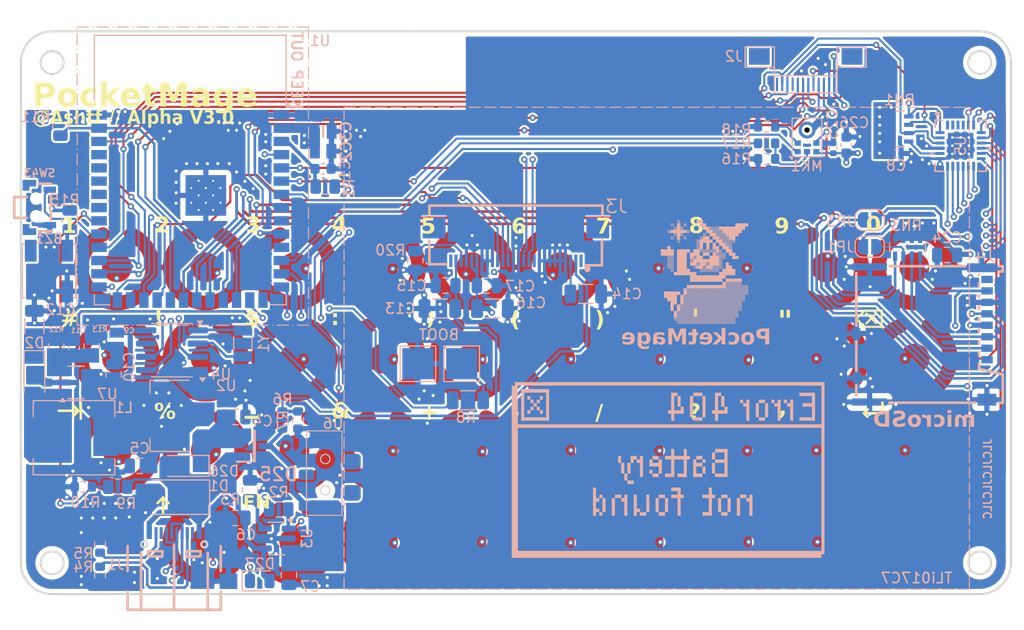
<source format=kicad_pcb>
(kicad_pcb (version 20240108) (generator "pcbnew") (generator_version "8.0")
  (layers (0 "F.Cu" signal) (1 "In1.Cu" signal) (2 "In2.Cu" signal) (31 "B.Cu" signal) (34 "B.Paste" user) (35 "F.Paste" user) (36 "B.SilkS" user "B.Silkscreen") (37 "F.SilkS" user "F.Silkscreen") (38 "B.Mask" user) (39 "F.Mask" user) (44 "Edge.Cuts" user))
  (net 0 "")
  (net 1 "EN")
  (net 2 "+3.3V")
  (net 3 "col1")
  (net 4 "col2")
  (net 5 "col3")
  (net 6 "col4")
  (net 7 "col5")
  (net 9 "col6")
  (net 10 "col8")
  (net 11 "USB_5V")
  (net 12 "BAT+")
  (net 13 "row1")
  (net 14 "row2")
  (net 15 "row3")
  (net 16 "row4")
  (net 17 "BOOT")
  (net 18 "col7")
  (net 24 "CHRG")
  (net 27 "USB_D+")
  (net 28 "Net-(J1-CC1)")
  (net 29 "USB_D-")
  (net 30 "Net-(J1-CC2)")
  (net 31 "SPI_SCK")
  (net 32 "RES")
  (net 33 "CS")
  (net 34 "SPI_MOSI")
  (net 35 "D{slash}C")
  (net 36 "BUSY")
  (net 37 "SPI_MISO")
  (net 38 "I2C_SDA")
  (net 39 "I2C_SCL")
  (net 40 "GND")
  (net 41 "INT")
  (net 44 "BAT_MEAS")
  (net 47 "Net-(RN1-R1.2)")
  (net 48 "MagSense")
  (net 50 "PWR_BTN")
  (net 52 "Net-(R8-Pad2)")
  (net 53 "RTC_INT")
  (net 54 "col9")
  (net 55 "col10")
  (net 60 "SD_CS")
  (net 61 "SD_D0")
  (net 62 "SD_CLK")
  (net 63 "Net-(J4-DAT3{slash}CD)")
  (net 64 "SD_CMD")
  (net 65 "BUZZER")
  (net 66 "OLED_D{slash}C")
  (net 67 "OLED_RES")
  (net 68 "MIC_WS")
  (net 69 "MIC_BCLK")
  (net 70 "MIC_DATA")
  (net 71 "Net-(JP3-B)")
  (net 74 "OLED_CS")
  (net 75 "Net-(BZ1-+)")
  (net 76 "+VSW")
  (net 77 "Net-(U7-FB)")
  (net 78 "+12V")
  (net 79 "Net-(J3-Pin_3)")
  (net 80 "Net-(D2-A)")
  (net 81 "Net-(D27-K)")
  (net 82 "Net-(J3-Pin_24)")
  (net 86 "MIC_SELECT")
  (net 87 "Net-(MK1-SD)")
  (net 88 "Net-(U3-STAT)")
  (net 89 "Net-(U3-PROG)")
  (net 90 "Net-(U4-OSCO)")
  (net 91 "Net-(U4-OSCI)")
  (footprint "snaptron_7mm_doublesided:contact_pad_SINGLE" (layer "F.Cu") (at 147.253 65.4)
    (property "Reference" "SW30" (hide yes))
    (property "Value" "~")
  )
  (footprint "snaptron_7mm_doublesided:contact_pad_SINGLE" (layer "F.Cu") (at 79.253 74.2)
    (property "Reference" "SW9" (hide yes))
    (property "Value" "~")
  )
  (footprint "snaptron_7mm_doublesided:contact_pad_SINGLE" (layer "F.Cu") (at 121.725071 56.642929)
    (property "Reference" "SW37" (hide yes))
    (property "Value" "~")
  )
  (footprint "snaptron_7mm_doublesided:contact_pad_SINGLE" (layer "F.Cu") (at 96.253 65.4)
    (property "Reference" "SW20" (hide yes))
    (property "Value" "~")
  )
  (footprint "snaptron_7mm_doublesided:contact_pad_SINGLE" (layer "F.Cu") (at 79.245071 56.642929)
    (property "Reference" "SW7" (hide yes))
    (property "Value" "~")
  )
  (footprint "snaptron_7mm_doublesided:contact_pad_SINGLE" (layer "F.Cu") (at 70.733 65.4)
    (property "Reference" "SW2" (hide yes))
    (property "Value" "~")
  )
  (footprint "snaptron_7mm_doublesided:contact_pad_SINGLE" (layer "F.Cu") (at 138.753 74.2)
    (property "Reference" "SW23" (hide yes))
    (property "Value" "~")
  )
  (footprint "snaptron_7mm_doublesided:contact_pad_SINGLE" (layer "F.Cu") (at 87.753 74.2)
    (property "Reference" "SW15" (hide yes))
    (property "Value" "~")
  )
  (footprint "snaptron_7mm_doublesided:contact_pad_SINGLE" (layer "F.Cu") (at 96.233 83)
    (property "Reference" "SW22" (hide yes))
    (property "Value" "~")
  )
  (footprint "snaptron_7mm_doublesided:contact_pad_SINGLE" (layer "F.Cu") (at 104.733 83)
    (property "Reference" "SW28" (hide yes))
    (property "Value" "~")
  )
  (footprint "snaptron_7mm_doublesided:contact_pad_SINGLE" (layer "F.Cu") (at 104.753 65.4)
    (property "Reference" "SW26" (hide yes))
    (property "Value" "~")
  )
  (footprint "snaptron_7mm_doublesided:contact_pad_SINGLE" (layer "F.Cu") (at 79.233 65.4)
    (property "Reference" "SW8" (hide yes))
    (property "Value" "~")
  )
  (footprint "snaptron_7mm_doublesided:contact_pad_SINGLE" (layer "F.Cu") (at 113.213 83)
    (property "Reference" "SW34" (hide yes))
    (property "Value" "~")
  )
  (footprint "snaptron_7mm_doublesided:contact_pad_SINGLE" (layer "F.Cu") (at 147.253 74.2)
    (property "Reference" "SW35" (hide yes))
    (property "Value" "~")
  )
  (footprint "snaptron_7mm_doublesided:contact_pad_SINGLE" (layer "F.Cu") (at 147.225071 56.642929)
    (property "Reference" "SW29" (hide yes))
    (property "Value" "~")
  )
  (footprint "snaptron_7mm_doublesided:contact_pad_SINGLE" (layer "F.Cu") (at 121.733 74.2)
    (property "Reference" "SW39" (hide yes))
    (property "Value" "~")
  )
  (footprint "snaptron_7mm_doublesided:contact_pad_SINGLE" (layer "F.Cu") (at 70.753 74.2)
    (property "Reference" "SW3" (hide yes))
    (property "Value" "~")
  )
  (footprint "snaptron_7mm_doublesided:contact_pad_SINGLE" (layer "F.Cu") (at 130.233 74.2)
    (property "Reference" "SW11" (hide yes))
    (property "Value" "~")
  )
  (footprint "snaptron_7mm_doublesided:contact_pad_SINGLE" (layer "F.Cu") (at 87.733 83)
    (property "Reference" "SW16" (hide yes))
    (property "Value" "~")
  )
  (footprint "snaptron_7mm_doublesided:contact_pad_SINGLE" (layer "F.Cu") (at 70.725071 56.642929)
    (property "Reference" "SW1" (hide yes))
    (property "Value" "~")
  )
  (footprint "snaptron_7mm_doublesided:contact_pad_SINGLE" (layer "F.Cu") (at 138.733 83)
    (property "Reference" "SW24" (hide yes))
    (property "Value" "~")
  )
  (footprint "snaptron_7mm_doublesided:contact_pad_SINGLE" (layer "F.Cu") (at 104.745071 56.642929)
    (property "Reference" "SW25" (hide yes))
    (property "Value" "~")
  )
  (footprint "snaptron_7mm_doublesided:contact_pad_SINGLE" (layer "F.Cu") (at 96.245071 56.642929)
    (property "Reference" "SW19" (hide yes))
    (property "Value" "~")
  )
  (footprint "snaptron_7mm_doublesided:contact_pad_SINGLE" (layer "F.Cu") (at 113.253 65.4)
    (property "Reference" "SW32" (hide yes))
    (property "Value" "~")
  )
  (footprint "snaptron_7mm_doublesided:contact_pad_SINGLE" (layer "F.Cu") (at 79.233 83)
    (property "Reference" "SW10" (hide yes))
    (property "Value" "~")
  )
  (footprint "snaptron_7mm_doublesided:contact_pad_SINGLE" (layer "F.Cu") (at 138.753 65.4)
    (property "Reference" "SW18" (hide yes))
    (property "Value" "~")
  )
  (footprint "snaptron_7mm_doublesided:contact_pad_SINGLE" (layer "F.Cu") (at 130.225071 56.642929)
    (property "Reference" "SW5" (hide yes))
    (property "Value" "~")
  )
  (footprint "snaptron_7mm_doublesided:contact_pad_SINGLE" (layer "F.Cu") (at 96.233 74.2)
    (property "Reference" "SW21" (hide yes))
    (property "Value" "~")
  )
  (footprint "snaptron_7mm_doublesided:contact_pad_SINGLE" (layer "F.Cu") (at 121.753 65.4)
    (property "Reference" "SW38" (hide yes))
    (property "Value" "~")
  )
  (footprint "snaptron_7mm_doublesided:contact_pad_SINGLE" (layer "F.Cu") (at 121.733 83)
    (property "Reference" "SW40" (hide yes))
    (property "Value" "~")
  )
  (footprint "snaptron_7mm_doublesided:contact_pad_SINGLE" (layer "F.Cu") (at 87.753 65.4)
    (property "Reference" "SW14" (hide yes))
    (property "Value" "~")
  )
  (footprint "snaptron_7mm_doublesided:contact_pad_SINGLE" (layer "F.Cu") (at 104.753 74.2)
    (property "Reference" "SW27" (hide yes))
    (property "Value" "~")
  )
  (footprint "snaptron_7mm_doublesided:contact_pad_SINGLE" (layer "F.Cu") (at 113.253 74.2)
    (property "Reference" "SW33" (hide yes))
    (property "Value" "~")
  )
  (footprint "snaptron_7mm_doublesided:contact_pad_SINGLE" (layer "F.Cu") (at 130.233 83)
    (property "Reference" "SW12" (hide yes))
    (property "Value" "~")
  )
  (footprint "snaptron_7mm_doublesided:contact_pad_SINGLE" (layer "F.Cu") (at 87.745071 56.642929)
    (property "Reference" "SW13" (hide yes))
    (property "Value" "~")
  )
  (footprint "snaptron_7mm_doublesided:contact_pad_SINGLE" (layer "F.Cu") (at 138.745071 56.642929)
    (property "Reference" "SW17" (hide yes))
    (property "Value" "~")
  )
  (footprint "snaptron_7mm_doublesided:contact_pad_SINGLE" (layer "F.Cu") (at 113.245071 56.642929)
    (property "Reference" "SW31" (hide yes))
    (property "Value" "~")
  )
  (footprint "snaptron_7mm_doublesided:contact_pad_SINGLE" (layer "F.Cu") (at 130.233 65.4)
    (property "Reference" "SW6" (hide yes))
    (property "Value" "~")
  )
  (footprint "Capacitor_SMD:C_1206_3216Metric" (layer "B.Cu") (at 115.7 59.2)
    (property "Reference" "C14")
    (property "Value" "4.7uF")
  )
  (footprint "Sensor_Audio:InvenSense_ICS-43434-6_3.5x2.65mm" (layer "B.Cu") (at 136.93 44.188)
    (property "Reference" "MK1")
    (property "Value" "ICS-43434")
  )
  (footprint "Resistor_SMD:R_0805_2012Metric" (layer "B.Cu") (at 70.8 77.7 180)
    (property "Reference" "R9")
    (property "Value" "10K")
  )
  (footprint "Resistor_SMD:R_0603_1608Metric" (layer "B.Cu") (at 69.1 83.2 90)
    (property "Reference" "R5")
    (property "Value" "5.1k")
  )
  (footprint "Resistor_SMD:R_0603_1608Metric" (layer "B.Cu") (at 133.05 44.75)
    (property "Reference" "R17")
    (property "Value" "68R")
  )
  (footprint "Resistor_SMD:R_0805_2012Metric" (layer "B.Cu") (at 90.7 48.9 180)
    (property "Reference" "R1")
    (property "Value" "10K")
  )
  (footprint "Capacitor_SMD:C_0603_1608Metric" (layer "B.Cu") (at 66.6 64.4 90)
    (property "Reference" "C11")
    (property "Value" "4.7pF")
  )
  (footprint "TestPoint:TestPoint_Pad_3.0x3.0mm" (layer "B.Cu") (at 103.8 65.9 180)
    (property "Reference" "TP1" (hide yes))
    (property "Value" "TestPoint")
  )
  (footprint "JLC:USB-TYPE-C-SMD_TYPE-C-16P-QTWT" (layer "B.Cu") (at 76.22 84.4509 180)
    (property "Reference" "J1")
    (property "Value" "USB_C_Receptacle_USB2.0_16P")
    (fp_circle (center 2.8899 1.221) (end 3.1899 1.221) (stroke (width 0.2)) (fill none) (layer "Edge.Cuts"))
    (fp_circle (center -2.8901 1.221) (end -2.5901 1.221) (stroke (width 0.2)) (fill none) (layer "Edge.Cuts"))
  )
  (footprint "Resistor_SMD:R_0603_1608Metric" (layer "B.Cu") (at 67.5 77.7 180)
    (property "Reference" "R10")
    (property "Value" "20k")
  )
  (footprint "Capacitor_SMD:C_0805_2012Metric" (layer "B.Cu") (at 102.25 58.4 180)
    (property "Reference" "C15")
    (property "Value" ".1uF")
  )
  (footprint "Capacitor_SMD:C_0805_2012Metric" (layer "B.Cu") (at 87.22 86.16 -90)
    (property "Reference" "C7")
    (property "Value" "4.7uF")
  )
  (footprint "LOGO" (layer "B.Cu") (at 126.303646 57.11389 180)
    (property "Reference" "G***" (hide yes))
    (property "Value" "LOGO" (hide yes))
  )
  (footprint "Resistor_SMD:R_Array_Concave_4x0603" (layer "B.Cu") (at 145.840874 43.375189)
    (property "Reference" "RN1")
    (property "Value" "4x10k")
  )
  (footprint "Capacitor_SMD:C_0402_1005Metric" (layer "B.Cu") (at 145.475189 45.725189)
    (property "Reference" "C8")
    (property "Value" "0.1uF")
  )
  (footprint "Resistor_SMD:R_0805_2012Metric" (layer "B.Cu") (at 64.9 64.2 -90)
    (property "Reference" "R12")
    (property "Value" "1.8M")
  )
  (footprint "Resistor_SMD:R_0805_2012Metric" (layer "B.Cu") (at 66.2 52.1 -90)
    (property "Reference" "R15")
    (property "Value" "470R")
  )
  (footprint "Inductor_SMD:L_Chilisin_BMRx00060630" (layer "B.Cu") (at 66.6 73 180)
    (property "Reference" "L1")
    (property "Value" "10uH")
  )
  (footprint "Resistor_SMD:R_0603_1608Metric" (layer "B.Cu") (at 69.1 86.2 -90)
    (property "Reference" "R4")
    (property "Value" "5.1k")
  )
  (footprint "Package_TO_SOT_SMD:SOT-23-5" (layer "B.Cu") (at 66.8 67.7)
    (property "Reference" "U7")
    (property "Value" "TPS61040DBV")
  )
  (footprint "RF_Module:ESP32-S3-WROOM-1" (layer "B.Cu") (at 77.75 47.29 180)
    (property "Reference" "U1")
    (property "Value" "ESP32-S3-WROOM-1")
  )
  (footprint "Package_TO_SOT_SMD:SOT-23-5" (layer "B.Cu") (at 86.06 82.67 180)
    (property "Reference" "U3")
    (property "Value" "MCP73831-2-OT")
  )
  (footprint "Resistor_SMD:R_0603_1608Metric" (layer "B.Cu") (at 133.05 43.15 180)
    (property "Reference" "R18")
    (property "Value" "47k")
  )
  (footprint "Diode_SMD:D_SMA" (layer "B.Cu") (at 76.1 78.7 180)
    (property "Reference" "D1")
    (property "Value" "SMAJ5.0A")
  )
  (footprint "Capacitor_SMD:C_1206_3216Metric" (layer "B.Cu") (at 106.75 60.6)
    (property "Reference" "C16")
    (property "Value" "4.7uF")
  )
  (footprint "Capacitor_SMD:C_1206_3216Metric" (layer "B.Cu") (at 62.8 62.3 90)
    (property "Reference" "C12")
    (property "Value" "4.7uF")
  )
  (footprint "Resistor_SMD:R_0603_1608Metric" (layer "B.Cu") (at 86.6 71.3 90)
    (property "Reference" "R6")
    (property "Value" "100K")
  )
  (footprint "Resistor_SMD:R_0603_1608Metric" (layer "B.Cu") (at 133.05 46.25 180)
    (property "Reference" "R16")
    (property "Value" "47k")
  )
  (footprint "TCA8418:RTW24_2P45X2P45" (layer "B.Cu") (at 151.665874 44.974874 -90)
    (property "Reference" "U5")
    (property "Value" "TCA8418RTWR")
  )
  (footprint "Diode_SMD:D_SOD-123" (layer "B.Cu") (at 62.8 67 -90)
    (property "Reference" "D2")
    (property "Value" "MBR0530")
  )
  (footprint "Diode_SMD:D_SOD-123" (layer "B.Cu") (at 77.2 75.7 180)
    (property "Reference" "D26")
    (property "Value" "1N4148W")
  )
  (footprint "Capacitor_SMD:C_0603_1608Metric" (layer "B.Cu") (at 140.7 44.9205 -90)
    (property "Reference" "C26")
    (property "Value" "1uF")
  )
  (footprint "Capacitor_SMD:C_0805_2012Metric" (layer "B.Cu") (at 106.2 58.4)
    (property "Reference" "C17")
    (property "Value" ".1uF")
  )
  (footprint "Capacitor_SMD:C_0805_2012Metric" (layer "B.Cu") (at 150.37 55.47 180)
    (property "Reference" "C24")
    (property "Value" "10uF")
  )
  (footprint "Jumper:SolderJumper-2_P1.3mm_Open_RoundedPad1.0x1.5mm" (layer "B.Cu") (at 142.94 54.68)
    (property "Reference" "JP1")
    (property "Value" "SolderJumper_2_Open")
  )
  (footprint "Capacitor_SMD:C_1206_3216Metric" (layer "B.Cu") (at 101.7 60.6 180)
    (property "Reference" "C13")
    (property "Value" "4.7uF")
  )
  (footprint "CC0805KRX7R9BB104 (100nF):CAPC2012X95N" (layer "B.Cu") (at 70.7 63.7 90)
    (property "Reference" "C9")
    (property "Value" "100nF" (hide yes))
  )
  (footprint "Capacitor_SMD:C_0805_2012Metric" (layer "B.Cu") (at 82.1 80.7 180)
    (property "Reference" "C6")
    (property "Value" "4.7uF")
  )
  (footprint "Jumper:SolderJumper-2_P1.3mm_Bridged_RoundedPad1.0x1.5mm" (layer "B.Cu") (at 142.95 52.1 180)
    (property "Reference" "JP3")
    (property "Value" "SolderJumper_2_Bridged")
  )
  (footprint "Package_TO_SOT_SMD:SOT-223-3_TabPin2" (layer "B.Cu") (at 75.8 70.9 180)
    (property "Reference" "U2")
    (property "Value" "AP2114H-3.3TRG1")
  )
  (footprint "Resistor_SMD:R_0805_2012Metric" (layer "B.Cu") (at 86.24 79.88 180)
    (property "Reference" "R2")
    (property "Value" "470R")
  )
  (footprint "CL21A226MAQNNNE (22uF):CAPC2012X140N" (layer "B.Cu") (at 90.5 43.6 180)
    (property "Reference" "C3")
    (property "Value" "22uF" (hide yes))
  )
  (footprint "CC0805KRX7R9BB104 (100nF):CAPC2012X95N" (layer "B.Cu") (at 90.5 45.5 180)
    (property "Reference" "C2")
    (property "Value" "100nF" (hide yes))
  )
  (footprint "AFC01-S12FCA-00:AFC01-S12FCA-00" (layer "B.Cu") (at 136.8 39.091372)
    (property "Reference" "J2")
    (property "Value" "Conn_01x12_Pin")
  )
  (footprint "Capacitor_SMD:C_0805_2012Metric" (layer "B.Cu") (at 82.1 71)
    (property "Reference" "C4")
    (property "Value" "4.7uF")
  )
  (footprint "Capacitor_SMD:C_0603_1608Metric" (layer "B.Cu") (at 90.5 47.2 180)
    (property "Reference" "C1")
    (property "Value" "1uF")
  )
  (footprint "JLC:FPC-SMD_AFC24-S26FIA [DUAL-SIDE]" (layer "B.Cu") (at 109 53.45 180)
    (property "Reference" "J3")
    (property "Value" "Conn_01x26_Pin")
  )
  (footprint "Resistor_SMD:R_0805_2012Metric" (layer "B.Cu") (at 83.5 78 -90)
    (property "Reference" "R3")
    (property "Value" "2k")
  )
  (footprint "Crystal:Crystal_SMD_3215-2Pin_3.2x1.5mm" (layer "B.Cu") (at 82.8 63.95 90)
    (property "Reference" "Y1")
    (property "Value" "Crystal_32.768kHz")
  )
  (footprint "Resistor_SMD:R_0603_1608Metric" (layer "B.Cu") (at 88.1 71.3 -90)
    (property "Reference" "R7")
    (property "Value" "100K")
  )
  (footprint "LED_SMD:LED_0805_2012Metric" (layer "B.Cu") (at 84.42 86.73)
    (property "Reference" "D27")
    (property "Value" "KT-0805Y")
  )
  (footprint "TestPoint:TestPoint_Pad_3.0x3.0mm" (layer "B.Cu") (at 99.6 65.9 180)
    (property "Reference" "TP2" (hide yes))
    (property "Value" "TestPoint")
  )
  (footprint "JLC:SW-SMD_TS24CA" (layer "B.Cu") (at 63.3 50.9 -90)
    (property "Reference" "SW43")
    (property "Value" "EVQPUL02K")
  )
  (footprint "Package_SO:SOIC-8_3.9x4.9mm_P1.27mm" (layer "B.Cu") (at 76 64.6 180)
    (property "Reference" "U4")
    (property "Value" "PCF8563T")
  )
  (footprint "Resistor_SMD:R_0805_2012Metric" (layer "B.Cu") (at 99.35 56 -90)
    (property "Reference" "R20")
    (property "Value" "680k")
  )
  (footprint "LOGO" (layer "B.Cu") (at 123.6 76.1 180)
    (property "Reference" "G***" (hide yes))
    (property "Value" "LOGO" (hide yes))
  )
  (footprint "IRLML6302TRPBF:SOT95P237X112-3N" (layer "B.Cu") (at 83.9 73.8)
    (property "Reference" "D25")
    (property "Value" "IRLML6302TRPBF" (hide yes))
  )
  (footprint "BC-4-3PD:BC-4-3PD" (layer "B.Cu") (at 90.71 76.54 -90)
    (property "Reference" "U6")
    (property "Value" "BC-4-3PD")
    (fp_circle (center -1.5 0) (end -1.05 0) (stroke (width 0.1)) (fill none) (layer "Edge.Cuts"))
    (fp_circle (center 1.5 0) (end 1.95 0) (stroke (width 0.1)) (fill none) (layer "Edge.Cuts"))
  )
  (footprint "Resistor_SMD:R_Array_Concave_4x0603" (layer "B.Cu") (at 146.58 54.72 -90)
    (property "Reference" "RN3")
    (property "Value" "4x10k")
  )
  (footprint "Capacitor_SMD:C_0402_1005Metric" (layer "B.Cu") (at 139.45 45.2205 90)
    (property "Reference" "C25")
    (property "Value" "0.1uF")
  )
  (footprint "Resistor_SMD:R_0805_2012Metric" (layer "B.Cu") (at 68.3 64.2 90)
    (property "Reference" "R13")
    (property "Value" "205k")
  )
  (footprint "Resistor_SMD:R_0805_2012Metric" (layer "B.Cu") (at 65.3 43.1 90)
    (property "Reference" "R11")
    (property "Value" "2k")
  )
  (footprint "Resistor_SMD:R_1206_3216Metric" (layer "B.Cu") (at 104.4 69.4)
    (property "Reference" "R8")
    (property "Value" "100R")
  )
  (footprint "Capacitor_SMD:C_0805_2012Metric" (layer "B.Cu") (at 70.4 66.9 -90)
    (property "Reference" "C10")
    (property "Value" "10uF")
  )
  (footprint "JLC:BUZ-SMD_3P_L5.0-W5.0-P3.50-TL" (layer "B.Cu") (at 64.2 57 -90)
    (property "Reference" "BZ1")
    (property "Value" "Buzzer")
  )
  (footprint "JLC:TF-SMD_503398-1892" (layer "B.Cu") (at 147.93 63.0902 90)
    (property "Reference" "J4")
    (property "Value" "Micro_SD_Card")
  )
  (footprint "Capacitor_SMD:C_0805_2012Metric" (layer "B.Cu") (at 72.9 75.7 180)
    (property "Reference" "C5")
    (property "Value" "4.7uF")
  )
  (gr_circle (center 91 75.1) (end 92.178346 75.1) (stroke (width 0.2)) (fill solid) (layer "F.Cu") (net 15))
  (gr_poly (pts (xy 66.3 67) (xy 64.1 67) (xy 64.1 64.5) (xy 68.9 64.5) (xy 68.9 65.7) (xy 66.3 65.7)) (stroke (width 0.2)) (fill solid) (layer "B.Cu") (net 77))
  (gr_poly (pts (xy 67.4 67.7) (xy 67.4 66.5) (xy 69.2 66.5) (xy 69.2 66.8) (xy 72 66.8) (xy 72 67.8) (xy 67.5 67.8)) (stroke (width 0.2)) (fill solid) (layer "B.Cu") (net 2))
  (gr_poly (pts (xy 71.4 74.5) (xy 70.7 74.5) (xy 70.7 71.5) (xy 68.8 71.5) (xy 67.4 70.1) (xy 67.4 67.7) (xy 76 67.7) (xy 76.9 68.6) (xy 76.9 69)) (stroke (width 0.2)) (fill solid) (layer "B.Cu") (net 2))
  (gr_poly (pts (xy 67.1 62.6) (xy 67.1 61.1) (xy 65.55 62.65)) (stroke (width 0.2)) (fill solid) (layer "B.Cu") (net 78))
  (gr_poly (pts (xy 74.8 80) (xy 76.3 80) (xy 76.8 79.5) (xy 76.8 77.8) (xy 79.4 77.8) (xy 79.4 80.5) (xy 78.8 81.1) (xy 78.3 81.1) (xy 77.6 80.4) (xy 74.8 80.4)) (stroke (width 0.2)) (fill solid) (layer "B.Cu") (net 11))
  (gr_poly (pts (xy 148.9 45.17) (xy 148.11 44.5) (xy 148.11 44) (xy 147.5 44) (xy 147.5 44.8) (xy 148 45.28) (xy 150.05 45.28) (xy 150.05 45.17)) (stroke (width 0.2)) (fill solid) (layer "B.Cu") (net 2))
  (gr_poly (pts (xy 75.1 74.8) (xy 77.6 74.8) (xy 77.6 76.4) (xy 77.8 76.6) (xy 80.7 76.6) (xy 80.7 78.1) (xy 78.5 80.3) (xy 75.7 80.3) (xy 75.7 77.8) (xy 74.9 77) (xy 74.9 75)) (stroke (width 0.2)) (fill solid) (layer "B.Cu") (net 11))
  (gr_poly (pts (xy 86.6 84.8) (xy 86.6 83.4) (xy 88.1 83.4) (xy 89.2 82.3) (xy 89.2 84.8)) (stroke (width 0.2)) (fill solid) (layer "B.Cu") (net 12))
  (gr_poly (pts (xy 69.6 83.2) (xy 70.2 83.8) (xy 73.1 83.8) (xy 73.2 83.7) (xy 73.2 80.9) (xy 74.6 79.5) (xy 75.2 79.5) (xy 75.2 77.9) (xy 74.8 77.5) (xy 72.6 77.5) (xy 72.6 78.7) (xy 72.5 78.8) (xy 69.5 78.8) (xy 68 80.3) (xy 68 82.8) (xy 68.4 83.2)) (stroke (width 0.2)) (fill solid) (layer "B.Cu") (net 40))
  (gr_poly (pts (xy 78.3 71.8) (xy 77.6 72.5) (xy 77.6 74.4) (xy 74.9 74.4) (xy 74.5 74.8) (xy 74.5 76.3) (xy 73 76.3) (xy 73 74.9) (xy 72.6 74.5) (xy 71.4 74.5) (xy 71.4 69.1) (xy 71.9 68.6) (xy 76.9 68.6) (xy 78 69.7) (xy 80 69.7) (xy 80 71.3) (xy 79.5 71.8)) (stroke (width 0.2)) (fill solid) (layer "B.Cu") (net 2))
  (gr_poly (pts (xy 80.8 70.4) (xy 82 70.4) (xy 82 71.7) (xy 82.5 72.2) (xy 83.5 72.2) (xy 83.5 73.2) (xy 79.3 73.2) (xy 79.3 72.4) (xy 79.5 72.4) (xy 80.4 71.5) (xy 80.4 70.4)) (stroke (width 0.2)) (fill solid) (layer "B.Cu") (net 76))
  (gr_poly (pts (xy 89.3 72.7) (xy 90.4 71.6) (xy 91.1 71.6) (xy 91.6 72.5) (xy 91.6 73.9) (xy 89.3 73.9)) (stroke (width 0.2)) (fill solid) (layer "B.Cu") (net 40))
  (gr_poly (pts (xy 63.6 65.8) (xy 63.6 64.1) (xy 67.1 64.1) (xy 67.1 62.6) (xy 61.9 62.6) (xy 61.9 65.8)) (stroke (width 0.2)) (fill solid) (layer "B.Cu") (net 78))
  (gr_poly (pts (xy 86.6 84.8) (xy 88.4 84.8) (xy 89.2 84) (xy 89.2 79.75) (xy 89.2 79.2) (xy 89.3 79.1) (xy 91.9 79.1) (xy 92.4 79.6) (xy 92.4 85.7) (xy 86.6 85.7)) (stroke (width 0.2)) (fill solid) (layer "B.Cu") (net 12))
  (gr_poly (pts (xy 68.2 86.1) (xy 69.8 86.1) (xy 70.5 85.4) (xy 72.8 85.4) (xy 73.2 85.8) (xy 73.2 87.3) (xy 72.9 87.6) (xy 68.1 87.6) (xy 67.7 87.2) (xy 67.7 86.6)) (stroke (width 0.2)) (fill solid) (layer "B.Cu") (net 40))
  (gr_poly (pts (xy 79.2 84) (xy 79.2 81.3) (xy 80.4 80.1) (xy 81.6 80.1) (xy 82.2 80.7) (xy 82.2 84.2) (xy 79.2 84.2)) (stroke (width 0.2)) (fill solid) (layer "B.Cu") (net 40))
  (gr_rect (start 143.4 40.9) (end 145.35 46.16) (stroke (width 0.2)) (fill solid) (layer "B.Cu") (net 2))
  (gr_rect (start 88.4 43.3) (end 90.1 45.2) (stroke (width 0.2)) (fill solid) (layer "B.Cu") (net 2))
  (gr_poly (pts (xy 79.6 76.2) (xy 78.1 76.2) (xy 78.1 72.6) (xy 78.4 72.3) (xy 83.5 72.3) (xy 83.5 73.2) (xy 82.7 73.9) (xy 80 73.9) (xy 79.6 74.3) (xy 79.6 76.2)) (stroke (width 0.2)) (fill solid) (layer "B.Cu") (net 76))
  (gr_poly (pts (xy 68.8 62.2) (xy 69.6 62.2) (xy 69.6 63.9) (xy 71.3 63.9) (xy 71.3 66.3) (xy 70.2 66.3) (xy 70.2 64.4) (xy 69.6 64.4) (xy 69 64) (xy 67.8 64) (xy 67.8 62.2)) (stroke (width 0.2)) (fill solid) (layer "B.Cu") (net 40))
  (gr_poly (pts (xy 79.4 66.6) (xy 79.4 67.2) (xy 80.8 67.2) (xy 80.8 69.2) (xy 78.2 69.2) (xy 76.6 67.6) (xy 76.6 66.6)) (stroke (width 0.2)) (fill solid) (layer "B.Cu") (net 40))
  (gr_poly (pts (xy 145.3 53.8) (xy 145.9 52.1) (xy 149.3 52.1) (xy 149.3 53.8)) (stroke (width 0.2)) (fill solid) (layer "B.Cu") (net 2))
  (gr_poly (pts (xy 66.3 68.4) (xy 63.5 68.4) (xy 63.3 68.2) (xy 61.9 68.2) (xy 61.9 74.8) (xy 62.4 75.3) (xy 66.3 75.3)) (stroke (width 0.2)) (fill solid) (layer "B.Cu") (net 80))
  (gr_poly (pts (xy 83.4 74.5) (xy 81.2 74.5) (xy 80.1 75.6) (xy 80.1 77.7) (xy 80.6 78.2) (xy 82.1 78.2) (xy 82.1 75.8) (xy 82.7 75.2) (xy 83.4 75.2)) (stroke (width 0.2)) (fill solid) (layer "B.Cu") (net 11))
  (gr_rect (start 66.9 33.6) (end 89.1 62.2) (stroke (width 0.1) (type dash_dot)) (fill none) (layer "B.SilkS"))
  (gr_line (start 144.163 70.65) (end 142.393 70.65) (stroke (width 0.25)) (layer "F.SilkS"))
  (gr_line (start 67.033 70.41) (end 66.503 70.94) (stroke (width 0.25)) (layer "F.SilkS"))
  (gr_line (start 75.143 80.22) (end 75.143 78.74) (stroke (width 0.25)) (layer "F.SilkS"))
  (gr_line (start 144.108 62.36) (end 142.538 62.36) (stroke (width 0.2)) (layer "F.SilkS"))
  (gr_line (start 142.463 62.375) (end 141.693 61.605) (stroke (width 0.2)) (layer "F.SilkS"))
  (gr_line (start 142.393 70.65) (end 142.763 70.28) (stroke (width 0.25)) (layer "F.SilkS"))
  (gr_line (start 144.163 69.62) (end 144.163 70.65) (stroke (width 0.25)) (layer "F.SilkS"))
  (gr_line (start 142.468 60.8) (end 144.108 60.8) (stroke (width 0.2)) (layer "F.SilkS"))
  (gr_line (start 144.108 60.8) (end 144.108 62.36) (stroke (width 0.2)) (layer "F.SilkS"))
  (gr_line (start 67.253 69.67) (end 67.253 71.17) (stroke (width 0.25)) (layer "F.SilkS"))
  (gr_line (start 142.393 70.65) (end 142.733 70.99) (stroke (width 0.25)) (layer "F.SilkS"))
  (gr_line (start 65.133 70.41) (end 67.033 70.41) (stroke (width 0.25)) (layer "F.SilkS"))
  (gr_line (start 75.143 78.74) (end 75.673 79.27) (stroke (width 0.25)) (layer "F.SilkS"))
  (gr_line (start 142.618 62.03) (end 143.558 61.09) (stroke (width 0.2)) (layer "F.SilkS"))
  (gr_line (start 142.638 61.08) (end 143.558 62) (stroke (width 0.2)) (layer "F.SilkS"))
  (gr_line (start 67.033 70.41) (end 66.503 69.88) (stroke (width 0.25)) (layer "F.SilkS"))
  (gr_line (start 75.143 78.74) (end 74.613 79.27) (stroke (width 0.25)) (layer "F.SilkS"))
  (gr_line (start 141.673 61.575) (end 142.463 60.785) (stroke (width 0.2)) (layer "F.SilkS"))
  (gr_line (start 153.5 88) (end 64.5 88) (stroke (width 0.2)) (layer "Edge.Cuts"))
  (gr_line (start 98.85 34) (end 119.27 34) (stroke (width 0.2)) (layer "Edge.Cuts"))
  (gr_line (start 156.5 37) (end 156.5 85) (stroke (width 0.2)) (layer "Edge.Cuts"))
  (gr_circle (center 153.5 37) (end 154.6 37) (stroke (width 0.2)) (fill none) (layer "Edge.Cuts"))
  (gr_arc (start 156.5 85) (mid 155.62132 87.12132) (end 153.5 88) (stroke (width 0.2)) (layer "Edge.Cuts"))
  (gr_arc (start 61.5 37) (mid 62.37868 34.87868) (end 64.5 34) (stroke (width 0.2)) (layer "Edge.Cuts"))
  (gr_line (start 119.27 34) (end 153.5 34) (stroke (width 0.2)) (layer "Edge.Cuts"))
  (gr_line (start 93.5 34) (end 95 34) (stroke (width 0.2)) (layer "Edge.Cuts"))
  (gr_circle (center 64.5 37) (end 65.6 37) (stroke (width 0.2)) (fill none) (layer "Edge.Cuts"))
  (gr_line (start 95 34) (end 98.85 34) (stroke (width 0.2)) (layer "Edge.Cuts"))
  (gr_line (start 61.5 85) (end 61.5 37) (stroke (width 0.2)) (layer "Edge.Cuts"))
  (gr_arc (start 153.5 34) (mid 155.62132 34.87868) (end 156.5 37) (stroke (width 0.2)) (layer "Edge.Cuts"))
  (gr_arc (start 64.5 88) (mid 62.37868 87.12132) (end 61.5 85) (stroke (width 0.2)) (layer "Edge.Cuts"))
  (gr_circle (center 64.5 85) (end 65.6 85) (stroke (width 0.2)) (fill none) (layer "Edge.Cuts"))
  (gr_circle (center 153.5 85) (end 154.6 85) (stroke (width 0.2)) (fill none) (layer "Edge.Cuts"))
  (gr_line (start 64.5 34) (end 93.5 34) (stroke (width 0.2)) (layer "Edge.Cuts"))
  (gr_text "KEEP OUT" (at 87.4 41.6 270) (layer "B.SilkS") (effects (font (size 1 1) (thickness 0.18) (bold yes)) (justify left bottom mirror)))
  (gr_text "JLCJLCJLCJLC" (at 154.7 73 90) (layer "B.SilkS") (effects (font (size 0.75 0.75)) (justify left bottom mirror)))
  (gr_text "microSD" (at 153.14 72.2 0) (layer "B.SilkS") (effects (font (size 1.5 1.5) (thickness 0.3) (bold yes)) (justify left bottom mirror)))
  (gr_text "PocketMage" (at 133.5 64.3 -0) (layer "B.SilkS") (effects (font (size 1.5 1.5) (thickness 0.3) (bold yes)) (justify left bottom mirror)))
  (gr_text "BOOT" (at 103.65 63.7 0) (layer "B.SilkS") (effects (font (size 1 1)) (justify left bottom mirror)))
  (gr_text "5" (at 99.863 53.66 0) (layer "F.SilkS") (effects (font (size 1.5 1.5) (thickness 0.3) (bold yes)) (justify left bottom)))
  (gr_text "_" (at 82.9 71.1 0) (layer "F.SilkS") (effects (font (size 1.5 1.5) (thickness 0.3) (bold yes)) (justify left bottom)))
  (gr_text "@Ashtf // Alpha V3.0" (at 62.6 43.1 0) (layer "F.SilkS") (effects (font (size 1.3 1.2) (thickness 0.25) (bold yes)) (justify left bottom)))
  (gr_text "!" (at 74.233 62.49 0) (layer "F.SilkS") (effects (font (size 1.5 1.5) (thickness 0.3) (bold yes)) (justify left bottom)))
  (gr_text "PocketMage" (at 62.6 41.6 0) (layer "F.SilkS") (effects (font (size 2.25 2.25) (thickness 0.3) (bold yes)) (justify left bottom)))
  (gr_text "6" (at 108.553 53.66 0) (layer "F.SilkS") (effects (font (size 1.5 1.5) (thickness 0.3) (bold yes)) (justify left bottom)))
  (gr_text "/" (at 116.613 71.54 0) (layer "F.SilkS") (effects (font (size 1.5 1.5) (thickness 0.3) (bold yes)) (justify left bottom)))
  (gr_text "FN" (at 82.8 80 0) (layer "F.SilkS") (effects (font (size 1.25 1.25) (thickness 0.2) (bold yes)) (justify left bottom)))
  (gr_text "," (at 134.203 71.05 0) (layer "F.SilkS") (effects (font (size 1.5 1.5) (thickness 0.3) (bold yes)) (justify left bottom)))
  (gr_text "0" (at 142.573 53.51 0) (layer "F.SilkS") (effects (font (size 1.5 1.5) (thickness 0.3) (bold yes)) (justify left bottom)))
  (gr_text "4" (at 91.323 53.51 0) (layer "F.SilkS") (effects (font (size 1.5 1.5) (thickness 0.3) (bold yes)) (justify left bottom)))
  (gr_text "+" (at 99.813 71.54 0) (layer "F.SilkS") (effects (font (size 1.5 1.5) (thickness 0.3) (bold yes)) (justify left bottom)))
  (gr_text "'" (at 125.8 63 0) (layer "F.SilkS") (effects (font (size 2 2) (thickness 0.3) (bold yes)) (justify left bottom)))
  (gr_text "7" (at 116.663 53.66 0) (layer "F.SilkS") (effects (font (size 1.5 1.5) (thickness 0.3) (bold yes)) (justify left bottom)))
  (gr_text "1" (at 65.403 53.61 0) (layer "F.SilkS") (effects (font (size 1.5 1.5) (thickness 0.3) (bold yes)) (justify left bottom)))
  (gr_text "{dblquote}" (at 134.1 63.1 0) (layer "F.SilkS") (effects (font (size 2 2) (thickness 0.3) (bold yes)) (justify left bottom)))
  (gr_text "9" (at 133.793 53.66 0) (layer "F.SilkS") (effects (font (size 1.5 1.5) (thickness 0.3) (bold yes)) (justify left bottom)))
  (gr_text ":" (at 91.223 62.44 0) (layer "F.SilkS") (effects (font (size 1.5 1.5) (thickness 0.3) (bold yes)) (justify left bottom)))
  (gr_text ")" (at 116.563 62.59 0) (layer "F.SilkS") (effects (font (size 1.5 1.5) (thickness 0.3) (bold yes)) (justify left bottom)))
  (gr_text "8" (at 125.583 53.61 0) (layer "F.SilkS") (effects (font (size 1.5 1.5) (thickness 0.3) (bold yes)) (justify left bottom)))
  (gr_text "%" (at 74.283 71.44 0) (layer "F.SilkS") (effects (font (size 1.5 1.5) (thickness 0.3) (bold yes)) (justify left bottom)))
  (gr_text "3" (at 83.073 53.56 0) (layer "F.SilkS") (effects (font (size 1.5 1.5) (thickness 0.3) (bold yes)) (justify left bottom)))
  (gr_text "2" (at 74.333 53.56 0) (layer "F.SilkS") (effects (font (size 1.5 1.5) (thickness 0.3) (bold yes)) (justify left bottom)))
  (gr_text "&" (at 91.273 71.39 0) (layer "F.SilkS") (effects (font (size 1.5 1.5) (thickness 0.3) (bold yes)) (justify left bottom)))
  (gr_text "$" (at 82.973 62.49 0) (layer "F.SilkS") (effects (font (size 1.5 1.5) (thickness 0.3) (bold yes)) (justify left bottom)))
  (gr_text "?" (at 125.533 71.49 0) (layer "F.SilkS") (effects (font (size 1.5 1.5) (thickness 0.3) (bold yes)) (justify left bottom)))
  (gr_text ";" (at 100.4 62.4 0) (layer "F.SilkS") (effects (font (size 1.5 1.5) (thickness 0.3) (bold yes)) (justify left bottom)))
  (gr_text "(" (at 108.453 62.59 0) (layer "F.SilkS") (effects (font (size 1.5 1.5) (thickness 0.3) (bold yes)) (justify left bottom)))
  (gr_text "#" (at 65.303 62.54 0) (layer "F.SilkS") (effects (font (size 1.5 1.5) (thickness 0.3) (bold yes)) (justify left bottom)))
  (gr_text "-" (at 108.503 71.54 0) (layer "F.SilkS") (effects (font (size 1.5 1.5) (thickness 0.3) (bold yes)) (justify left bottom)))
  (segment (start 89.725 47.2) (end 89.7 47.2) (width 0.35) (layer "B.Cu") (net 1))
  (segment (start 87.07 44.57) (end 86.5 44.57) (width 0.35) (layer "B.Cu") (net 1))
  (segment (start 89.725 48.8375) (end 89.7875 48.9) (width 0.35) (layer "B.Cu") (net 1))
  (segment (start 89.725 47.2) (end 89.725 48.8375) (width 0.35) (layer "B.Cu") (net 1))
  (segment (start 89.7 47.2) (end 87.07 44.57) (width 0.35) (layer "B.Cu") (net 1))
  (via (at 140.7 46.6) (size 0.6) (drill 0.3) (layers "F.Cu" "B.Cu") (net 2))
  (via (at 143.9 45.7) (size 0.6) (drill 0.3) (layers "F.Cu" "B.Cu") (net 2))
  (via (at 88.7 44) (size 0.6) (drill 0.3) (layers "F.Cu" "B.Cu") (net 2))
  (via (at 68 70.1) (size 0.6) (drill 0.3) (layers "F.Cu" "B.Cu") (net 2))
  (via (at 149.1 52.4) (size 0.6) (drill 0.3) (layers "F.Cu" "B.Cu") (net 2))
  (via (at 74.5 68.7) (size 0.6) (drill 0.3) (layers "F.Cu" "B.Cu") (net 2))
  (via (at 75 71.9) (size 0.6) (drill 0.3) (layers "F.Cu" "B.Cu") (net 2))
  (via (at 141.7955 45.6955) (size 0.6) (drill 0.3) (layers "F.Cu" "B.Cu") (net 2))
  (via (at 88.7 44.7) (size 0.6) (drill 0.3) (layers "F.Cu" "B.Cu") (net 2))
  (via (at 146.4 52.4) (size 0.6) (drill 0.3) (layers "F.Cu" "B.Cu") (net 2))
  (via (at 143.9 43.8) (size 0.6) (drill 0.3) (layers "F.Cu" "B.Cu") (net 2))
  (via (at 143.9 43) (size 0.6) (drill 0.3) (layers "F.Cu" "B.Cu") (net 2))
  (via (at 148 52.4) (size 0.6) (drill 0.3) (layers "F.Cu" "B.Cu") (net 2))
  (via (at 143.9 41.3) (size 0.6) (drill 0.3) (layers "F.Cu" "B.Cu") (net 2))
  (via (at 75.7 68.7) (size 0.6) (drill 0.3) (layers "F.Cu" "B.Cu") (net 2))
  (via (at 147.2 52.7) (size 0.6) (drill 0.3) (layers "F.Cu" "B.Cu") (net 2))
  (via (at 143.9 42.2) (size 0.6) (drill 0.3) (layers "F.Cu" "B.Cu") (net 2))
  (via (at 63.9 42.6) (size 0.6) (drill 0.3) (layers "F.Cu" "B.Cu") (net 2))
  (via (at 76.9 69.9) (size 0.6) (drill 0.3) (layers "F.Cu" "B.Cu") (net 2))
  (via (at 75.1 71) (size 0.6) (drill 0.3) (layers "F.Cu" "B.Cu") (net 2))
  (via (at 140.5 41.1) (size 0.6) (drill 0.3) (layers "F.Cu" "B.Cu") (net 2))
  (via (at 69.2 66.9) (size 0.6) (drill 0.3) (layers "F.Cu" "B.Cu") (net 2))
  (via (at 77.2 74.1) (size 0.6) (drill 0.3) (layers "F.Cu" "B.Cu") (net 2))
  (via (at 143.9 44.6) (size 0.6) (drill 0.3) (layers "F.Cu" "B.Cu") (net 2))
  (via (at 106.7 61) (size 0.6) (drill 0.3) (layers "F.Cu" "B.Cu") (net 2))
  (via (at 145 41.3) (size 0.6) (drill 0.3) (layers "F.Cu" "B.Cu") (net 2))
  (via (at 152.6 55.4) (size 0.6) (drill 0.3) (layers "F.Cu" "B.Cu") (net 2))
  (via (at 74.5 69.9) (size 0.6) (drill 0.3) (layers "F.Cu" "B.Cu") (net 2))
  (via (at 147.9 44.3) (size 0.6) (drill 0.3) (layers "F.Cu" "B.Cu") (net 2))
  (via (at 75.7 70) (size 0.6) (drill 0.3) (layers "F.Cu" "B.Cu") (net 2))
  (via (at 148.4 45) (size 0.6) (drill 0.3) (layers "F.Cu" "B.Cu") (net 2))
  (via (at 73.3 69.9) (size 0.6) (drill 0.3) (layers "F.Cu" "B.Cu") (net 2))
  (via (at 92.9 49.2) (size 0.6) (drill 0.3) (layers "F.Cu" "B.Cu") (net 2))
  (via (at 152.6 62.2) (size 0.6) (drill 0.3) (layers "F.Cu" "B.Cu") (net 2))
  (via (at 139.5 36.4) (size 0.6) (drill 0.3) (layers "F.Cu" "B.Cu") (net 2))
  (segment (start 144.990874 42.175189) (end 144.990874 44.575189) (width 0.35) (layer "B.Cu") (net 2))
  (segment (start 153.61 62.21) (end 154.2 62.21) (width 0.5) (layer "B.Cu") (net 2))
  (segment (start 105.25 60.575) (end 105.275 60.6) (width 0.2) (layer "B.Cu") (net 2))
  (segment (start 64.3125 42.1875) (end 65.7 42.1875) (width 0.25) (layer "B.Cu") (net 2))
  (segment (start 72 66.6) (end 71.8 66.8) (width 0.5) (layer "B.Cu") (net 2))
  (segment (start 91.6125 48.9) (end 92.6 48.9) (width 0.25) (layer "B.Cu") (net 2))
  (segment (start 139.5 36.4) (end 139.55 36.45) (width 0.25) (layer "B.Cu") (net 2))
  (segment (start 105.25 58.4) (end 105.25 60.575) (width 0.2) (layer "B.Cu") (net 2))
  (segment (start 141.8 45.7) (end 141.7955 45.6955) (width 0.5) (layer "B.Cu") (net 2))
  (segment (start 139.45 45.7005) (end 140.695 45.7005) (width 0.2) (layer "B.Cu") (net 2))
  (segment (start 105.25 58.4) (end 105.25 57.15) (width 0.25) (layer "B.Cu") (net 2))
  (segment (start 140.7 45.6955) (end 140.7 46.6) (width 0.5) (layer "B.Cu") (net 2))
  (segment (start 92.6 48.9) (end 92.9 49.2) (width 0.25) (layer "B.Cu") (net 2))
  (segment (start 89.68 43.6) (end 89.68 45.47) (width 0.35) (layer "B.Cu") (net 2))
  (segment (start 105.25 58.25) (end 105.2501 58.2499) (width 0.2) (layer "B.Cu") (net 2))
  (segment (start 151.39 55.4) (end 151.32 55.47) (width 0.5) (layer "B.Cu") (net 2))
  (segment (start 140.5 41.1) (end 140.5 41) (width 0.25) (layer "B.Cu") (net 2))
  (segment (start 137.9785 45.7005) (end 137.83 45.552) (width 0.2) (layer "B.Cu") (net 2))
  (segment (start 139.55 40.05) (end 139.55 39.091372) (width 0.25) (layer "B.Cu") (net 2))
  (segment (start 86.5 43.3) (end 89.38 43.3) (width 0.9) (layer "B.Cu") (net 2))
  (segment (start 105.275 60.6) (end 106.3 60.6) (width 0.5) (layer "B.Cu") (net 2))
  (segment (start 144.995189 45.725189) (end 144.995189 44.579504) (width 0.2) (layer "B.Cu") (net 2))
  (segment (start 144.995189 44.579504) (end 144.990874 44.575189) (width 0.2) (layer "B.Cu") (net 2))
  (segment (start 105.25 57.15) (end 104.7499 56.6499) (width 0.25) (layer "B.Cu") (net 2))
  (segment (start 139.55 36.45) (end 139.55 39.091372) (width 0.25) (layer "B.Cu") (net 2))
  (segment (start 153.6 62.2) (end 153.61 62.21) (width 0.5) (layer "B.Cu") (net 2))
  (segment (start 152.6 62.2) (end 153.6 62.2) (width 0.5) (layer "B.Cu") (net 2))
  (segment (start 89.38 43.3) (end 89.68 43.6) (width 0.35) (layer "B.Cu") (net 2))
  (segment (start 104.7499 56.6499) (end 104.7499 56.0258) (width 0.25) (layer "B.Cu") (net 2))
  (segment (start 105.2501 56.0258) (end 105.2501 58.3999) (width 0.25) (layer "B.Cu") (net 2))
  (segment (start 140.695 45.7005) (end 140.7 45.6955) (width 0.2) (layer "B.Cu") (net 2))
  (segment (start 72 62.695) (end 72 66.6) (width 0.5) (layer "B.Cu") (net 2))
  (segment (start 139.45 45.7005) (end 137.9785 45.7005) (width 0.2) (layer "B.Cu") (net 2))
  (segment (start 140.7 45.6955) (end 141.7955 45.6955) (width 0.5) (layer "B.Cu") (net 2))
  (segment (start 70.71 62.9) (end 71.8 62.9) (width 0.5) (layer "B.Cu") (net 2))
  (segment (start 145.38 53.87) (end 149.72 53.87) (width 0.5) (layer "B.Cu") (net 2))
  (segment (start 106.3 60.6) (end 106.7 61) (width 0.5) (layer "B.Cu") (net 2))
  (segment (start 152.6 55.4) (end 151.39 55.4) (width 0.5) (layer "B.Cu") (net 2))
  (segment (start 149.670622 45.245189) (end 149.690874 45.224937) (width 0.2) (layer "B.Cu") (net 2))
  (segment (start 149.72 53.87) (end 151.32 55.47) (width 0.5) (layer "B.Cu") (net 2))
  (segment (start 105.25 58.4) (end 105.25 58.25) (width 0.2) (layer "B.Cu") (net 2))
  (segment (start 63.9 42.6) (end 64.3125 42.1875) (width 0.25) (layer "B.Cu") (net 2))
  (segment (start 140.5 41) (end 139.55 40.05) (width 0.25) (layer "B.Cu") (net 2))
  (segment (start 73.525 62.695) (end 72 62.695) (width 0.5) (layer "B.Cu") (net 2))
  (segment (start 105.2501 58.3999) (end 105.25 58.4) (width 0.25) (layer "B.Cu") (net 2))
  (segment (start 70.7 62.91) (end 70.71 62.9) (width 0.5) (layer "B.Cu") (net 2))
  (segment (start 89.98 45.67) (end 90.01 45.7) (width 0.35) (layer "B.Cu") (net 2))
  (segment (start 70.9 75.3) (end 71.42 74.78) (width 0.2) (layer "F.Cu") (net 3))
  (segment (start 70.404076 65.071076) (end 70.733 65.4) (width 0.2) (layer "F.Cu") (net 3))
  (segment (start 71.42 74.78) (end 71.42 74.2) (width 0.2) (layer "F.Cu") (net 3))
  (segment (start 69.515321 65.071076) (end 70.404076 65.071076) (width 0.2) (layer "F.Cu") (net 3))
  (via (at 70.7 57.7) (size 0.6) (drill 0.3) (layers "F.Cu" "B.Cu") (net 3))
  (via (at 70.9 75.3) (size 0.6) (drill 0.3) (layers "F.Cu" "B.Cu") (net 3))
  (via (at 154.1 54.6) (size 0.6) (drill 0.3) (layers "F.Cu" "B.Cu") (net 3))
  (via (at 69.515321 65.071076) (size 0.6) (drill 0.3) (layers "F.Cu" "B.Cu") (net 3))
  (segment (start 155.9 46.1) (end 155.9 53.7) (width 0.2) (layer "B.Cu") (net 3))
  (segment (start 154.524811 44.724811) (end 155.9 46.1) (width 0.2) (layer "B.Cu") (net 3))
  (segment (start 155 54.6) (end 154.3 54.6) (width 0.2) (layer "B.Cu") (net 3))
  (segment (start 153.640874 44.724811) (end 154.524811 44.724811) (width 0.2) (layer "B.Cu") (net 3))
  (segment (start 155.9 53.7) (end 155 54.6) (width 0.2) (layer "B.Cu") (net 3))
  (segment (start 154.3 54.6) (end 154.1 54.6) (width 0.2) (layer "B.Cu") (net 3))
  (segment (start 79.94 85) (end 79.94 83.04) (width 0.25) (layer "F.Cu") (net 4))
  (segment (start 79.94 83.04) (end 79.9 83) (width 0.25) (layer "F.Cu") (net 4))
  (segment (start 80.24 74.52) (end 79.92 74.2) (width 0.2) (layer "F.Cu") (net 4))
  (segment (start 80.24 74.6) (end 80.24 74.52) (width 0.2) (layer "F.Cu") (net 4))
  (via (at 154.1 53.6) (size 0.6) (drill 0.3) (layers "F.Cu" "B.Cu") (net 4))
  (via (at 79.94 85) (size 0.6) (drill 0.3) (layers "F.Cu" "B.Cu") (net 4))
  (via (at 80 66.3) (size 0.6) (drill 0.3) (layers "F.Cu" "B.Cu") (net 4))
  (via (at 80.35 57.2) (size 0.6) (drill 0.3) (layers "F.Cu" "B.Cu") (net 4))
  (via (at 80.24 74.6) (size 0.6) (drill 0.3) (layers "F.Cu" "B.Cu") (net 4))
  (segment (start 155.5 53.1) (end 155 53.6) (width 0.2) (layer "B.Cu") (net 4))
  (segment (start 153.640874 45.224937) (end 154.305748 45.224937) (width 0.2) (layer "B.Cu") (net 4))
  (segment (start 155 53.6) (end 154.1 53.6) (width 0.2) (layer "B.Cu") (net 4))
  (segment (start 155.5 46.419189) (end 155.5 53.1) (width 0.2) (layer "B.Cu") (net 4))
  (segment (start 154.305748 45.224937) (end 155.5 46.419189) (width 0.2) (layer "B.Cu") (net 4))
  (segment (start 88.752929 56.642929) (end 88.412071 56.642929) (width 0.2) (layer "F.Cu") (net 5))
  (segment (start 88.87 56.76) (end 88.752929 56.642929) (width 0.2) (layer "F.Cu") (net 5))
  (segment (start 87.733 81.667) (end 87.733 83) (width 0.2) (layer "F.Cu") (net 5))
  (segment (start 88.4 81) (end 87.733 81.667) (width 0.2) (layer "F.Cu") (net 5))
  (via (at 88.87 56.76) (size 0.6) (drill 0.3) (layers "F.Cu" "B.Cu") (net 5))
  (via (at 86.9 73.8) (size 0.6) (drill 0.3) (layers "F.Cu" "B.Cu") (net 5))
  (via (at 154.1 52.6) (size 0.6) (drill 0.3) (layers "F.Cu" "B.Cu") (net 5))
  (via (at 88.64 65.45) (size 0.6) (drill 0.3) (layers "F.Cu" "B.Cu") (net 5))
  (via (at 88.4 81) (size 0.6) (drill 0.3) (layers "F.Cu" "B.Cu") (net 5))
  (segment (start 155.1 46.584875) (end 155.1 52.4) (width 0.2) (layer "B.Cu") (net 5))
  (segment (start 153.701 45.664937) (end 154.180062 45.664937) (width 0.2) (layer "B.Cu") (net 5))
  (segment (start 153.640874 45.725063) (end 153.701 45.664937) (width 0.2) (layer "B.Cu") (net 5))
  (segment (start 155.1 52.4) (end 154.9 52.6) (width 0.2) (layer "B.Cu") (net 5))
  (segment (start 154.180062 45.664937) (end 155.1 46.584875) (width 0.2) (layer "B.Cu") (net 5))
  (segment (start 154.9 52.6) (end 154.1 52.6) (width 0.2) (layer "B.Cu") (net 5))
  (via (at 97.33 65.48) (size 0.6) (drill 0.3) (layers "F.Cu" "B.Cu") (net 6))
  (via (at 97.19 56.78) (size 0.6) (drill 0.3) (layers "F.Cu" "B.Cu") (net 6))
  (via (at 97.38 83.08) (size 0.6) (drill 0.3) (layers "F.Cu" "B.Cu") (net 6))
  (via (at 154.1 51.5) (size 0.6) (drill 0.3) (layers "F.Cu" "B.Cu") (net 6))
  (via (at 97.22 74.26) (size 0.6) (drill 0.3) (layers "F.Cu" "B.Cu") (net 6))
  (segment (start 154.7 47.284315) (end 154.7 50.9) (width 0.2) (layer "B.Cu") (net 6))
  (segment (start 154.7 50.9) (end 154.1 51.5) (width 0.2) (layer "B.Cu") (net 6))
  (segment (start 153.640874 46.225189) (end 154.7 47.284315) (width 0.2) (layer "B.Cu") (net 6))
  (via (at 105.82 65.48) (size 0.6) (drill 0.3) (layers "F.Cu" "B.Cu") (net 7))
  (via (at 105.8 74.32) (size 0.6) (drill 0.3) (layers "F.Cu" "B.Cu") (net 7))
  (via (at 104.2 57.3) (size 0.6) (drill 0.3) (layers "F.Cu" "B.Cu") (net 7))
  (via (at 153.018238 49.177397) (size 0.6) (drill 0.3) (layers "F.Cu" "B.Cu") (net 7))
  (via (at 105.76 82.99) (size 0.6) (drill 0.3) (layers "F.Cu" "B.Cu") (net 7))
  (segment (start 152.915874 49.115874) (end 153 49.2) (width 0.2) (layer "B.Cu") (net 7))
  (segment (start 153.018238 49.181762) (end 153.018238 49.177397) (width 0.2) (layer "B.Cu") (net 7))
  (segment (start 152.915874 46.949874) (end 152.915874 49.115874) (width 0.2) (layer "B.Cu") (net 7))
  (segment (start 153 49.2) (end 153.018238 49.181762) (width 0.2) (layer "B.Cu") (net 7))
  (via (at 152.515874 49.8) (size 0.6) (drill 0.3) (layers "F.Cu" "B.Cu") (net 9))
  (via (at 114.26 83.06) (size 0.6) (drill 0.3) (layers "F.Cu" "B.Cu") (net 9))
  (via (at 114.28 74.19) (size 0.6) (drill 0.3) (layers "F.Cu" "B.Cu") (net 9))
  (via (at 112.55 57.4) (size 0.6) (drill 0.3) (layers "F.Cu" "B.Cu") (net 9))
  (via (at 114.28 65.46) (size 0.6) (drill 0.3) (layers "F.Cu" "B.Cu") (net 9))
  (segment (start 152.5 49.8) (end 152.515874 49.8) (width 0.2) (layer "B.Cu") (net 9))
  (segment (start 152.415875 49.715875) (end 152.5 49.8) (width 0.2) (layer "B.Cu") (net 9))
  (segment (start 152.415875 46.949874) (end 152.415875 49.715875) (width 0.2) (layer "B.Cu") (net 9))
  (via (at 131.2 74.24) (size 0.6) (drill 0.3) (layers "F.Cu" "B.Cu") (net 10))
  (via (at 131.33 65.53) (size 0.6) (drill 0.3) (layers "F.Cu" "B.Cu") (net 10))
  (via (at 131.17 56.74) (size 0.6) (drill 0.3) (layers "F.Cu" "B.Cu") (net 10))
  (via (at 131.33 82.99) (size 0.6) (drill 0.3) (layers "F.Cu" "B.Cu") (net 10))
  (via (at 151.527966 51.171457) (size 0.6) (drill 0.3) (layers "F.Cu" "B.Cu") (net 10))
  (segment (start 151.415874 51.115874) (end 151.5 51.2) (width 0.2) (layer "B.Cu") (net 10))
  (segment (start 151.5 51.2) (end 151.527966 51.172034) (width 0.2) (layer "B.Cu") (net 10))
  (segment (start 151.415874 46.949874) (end 151.415874 51.115874) (width 0.2) (layer "B.Cu") (net 10))
  (segment (start 151.527966 51.172034) (end 151.527966 51.171457) (width 0.2) (layer "B.Cu") (net 10))
  (segment (start 80.7 75.8) (end 81.75 74.75) (width 0.5) (layer "B.Cu") (net 11))
  (segment (start 71.7125 77.7) (end 71.9375 77.475) (width 0.25) (layer "B.Cu") (net 11))
  (segment (start 77.6484 80.2) (end 78.6199 81.1715) (width 0.5) (layer "B.Cu") (net 11))
  (segment (start 82.35 78.75) (end 81.6 78) (width 0.5) (layer "B.Cu") (net 11))
  (segment (start 71.9375 77.4625) (end 72.4 77) (width 0.25) (layer "B.Cu") (net 11))
  (segment (start 84.8 83.7425) (end 84.9225 83.62) (width 0.5) (layer "B.Cu") (net 11))
  (segment (start 80.7 78) (end 77.8 78) (width 0.5) (layer "B.Cu") (net 11))
  (segment (start 83.05 80.7) (end 82.35 80) (width 0.5) (layer "B.Cu") (net 11))
  (segment (start 80.7 78) (end 80.7 75.8) (width 0.5) (layer "B.Cu") (net 11))
  (segment (start 84.9225 83.62) (end 83.92 83.62) (width 0.5) (layer "B.Cu") (net 11))
  (segment (start 85.3575 86.73) (end 84.8 86.1725) (width 0.5) (layer "B.Cu") (net 11))
  (segment (start 74.7929 80.2) (end 77.6484 80.2) (width 0.5) (layer "B.Cu") (net 11))
  (segment (start 83.92 83.62) (end 83.05 82.75) (width 0.5) (layer "B.Cu") (net 11))
  (segment (start 78.6199 81.1715) (end 78.6199 82.1425) (width 0.5) (layer "B.Cu") (net 11))
  (segment (start 84.8 86.1725) (end 84.8 83.7425) (width 0.5) (layer "B.Cu") (net 11))
  (segment (start 71.9375 77.475) (end 71.9375 77.4625) (width 0.25) (layer "B.Cu") (net 11))
  (segment (start 81.6 78) (end 80.7 78) (width 0.5) (layer "B.Cu") (net 11))
  (segment (start 83.05 82.75) (end 83.05 80.7) (width 0.5) (layer "B.Cu") (net 11))
  (segment (start 81.75 74.75) (end 82.85 74.75) (width 0.5) (layer "B.Cu") (net 11))
  (segment (start 82.35 80) (end 82.35 78.75) (width 0.5) (layer "B.Cu") (net 11))
  (segment (start 73.8201 81.1728) (end 74.7929 80.2) (width 0.5) (layer "B.Cu") (net 11))
  (segment (start 72.4 77) (end 74.9 77) (width 0.25) (layer "B.Cu") (net 11))
  (segment (start 73.8201 82.1425) (end 73.8201 81.1728) (width 0.5) (layer "B.Cu") (net 11))
  (segment (start 74.9 77) (end 75.1 76.8) (width 0.25) (layer "B.Cu") (net 11))
  (segment (start 88.94 79.54) (end 89.91 79.54) (width 0.5) (layer "B.Cu") (net 12))
  (segment (start 84.95 73.8) (end 85.475 73.8) (width 0.5) (layer "B.Cu") (net 12))
  (segment (start 85.2 73.8) (end 86.6 72.4) (width 0.35) (layer "B.Cu") (net 12))
  (segment (start 87.5 75.825) (end 87.5 78.1) (width 0.5) (layer "B.Cu") (net 12))
  (segment (start 84.95 73.8) (end 85.2 73.8) (width 0.35) (layer "B.Cu") (net 12))
  (segment (start 85.475 73.8) (end 87.5 75.825) (width 0.5) (layer "B.Cu") (net 12))
  (segment (start 86.6 72.4) (end 86.6 72.125) (width 0.35) (layer "B.Cu") (net 12))
  (segment (start 87.5 78.1) (end 88.94 79.54) (width 0.5) (layer "B.Cu") (net 12))
  (segment (start 153.557071 56.642929) (end 154.7 55.5) (width 0.2) (layer "F.Cu") (net 13))
  (segment (start 99.905071 56.642929) (end 101.905071 56.642929) (width 0.5) (layer "F.Cu") (net 13))
  (segment (start 133.885071 56.642929) (end 135.405071 56.642929) (width 0.5) (layer "F.Cu") (net 13))
  (segment (start 116.905071 56.642929) (end 118.405071 56.642929) (width 0.5) (layer "F.Cu") (net 13))
  (segment (start 108.405071 56.642929) (end 109.905071 56.642929) (width 0.5) (layer "F.Cu") (net 13))
  (segment (start 125.385071 56.642929) (end 126.905071 56.642929) (width 0.5) (layer "F.Cu") (net 13))
  (segment (start 151.372071 56.642929) (end 153.557071 56.642929) (width 0.2) (layer "F.Cu") (net 13))
  (segment (start 74.385071 56.642929) (end 75.905071 56.642929) (width 0.5) (layer "F.Cu") (net 13))
  (segment (start 154.7 43.3) (end 154.5 43.1) (width 0.2) (layer "F.Cu") (net 13))
  (segment (start 142.405071 56.642929) (end 143.905071 56.642929) (width 0.5) (layer "F.Cu") (net 13))
  (segment (start 82.905071 56.642929) (end 84.905071 56.642929) (width 0.5) (layer "F.Cu") (net 13))
  (segment (start 91.405071 56.642929) (end 92.905071 56.642929) (width 0.5) (layer "F.Cu") (net 13))
  (segment (start 154.7 55.5) (end 154.7 43.3) (width 0.2) (layer "F.Cu") (net 13))
  (via (at 154.5 43.1) (size 0.6) (drill 0.3) (layers "F.Cu" "B.Cu") (net 13))
  (segment (start 154.305748 44.224685) (end 154.5 44.030433) (width 0.2) (layer "B.Cu") (net 13))
  (segment (start 154.5 44.030433) (end 154.5 43.1) (width 0.2) (layer "B.Cu") (net 13))
  (segment (start 153.640874 44.224685) (end 154.305748 44.224685) (width 0.2) (layer "B.Cu") (net 13))
  (segment (start 151.4 65.4) (end 154.2 65.4) (width 0.2) (layer "F.Cu") (net 14))
  (segment (start 125.233 65.4) (end 126.733 65.4) (width 0.5) (layer "F.Cu") (net 14))
  (segment (start 116.733 65.4) (end 118.233 65.4) (width 0.5) (layer "F.Cu") (net 14))
  (segment (start 154.2 65.4) (end 155.1 64.5) (width 0.2) (layer "F.Cu") (net 14))
  (segment (start 133.713 65.4) (end 135.733 65.4) (width 0.5) (layer "F.Cu") (net 14))
  (segment (start 154.7 42.1) (end 154.5 42.1) (width 0.2) (layer "F.Cu") (net 14))
  (segment (start 108.233 65.4) (end 109.733 65.4) (width 0.5) (layer "F.Cu") (net 14))
  (segment (start 155.1 42.5) (end 154.7 42.1) (width 0.2) (layer "F.Cu") (net 14))
  (segment (start 91.233 65.4) (end 92.733 65.4) (width 0.5) (layer "F.Cu") (net 14))
  (segment (start 155.1 64.5) (end 155.1 42.5) (width 0.2) (layer "F.Cu") (net 14))
  (segment (start 82.713 65.4) (end 84.233 65.4) (width 0.5) (layer "F.Cu") (net 14))
  (segment (start 74.213 65.4) (end 75.733 65.4) (width 0.5) (layer "F.Cu") (net 14))
  (segment (start 142.233 65.4) (end 143.733 65.4) (width 0.5) (layer "F.Cu") (net 14))
  (segment (start 99.733 65.4) (end 101.733 65.4) (width 0.5) (layer "F.Cu") (net 14))
  (via (at 154.5 42.1) (size 0.6) (drill 0.3) (layers "F.Cu" "B.Cu") (net 14))
  (segment (start 153.640874 42.959126) (end 154.5 42.1) (width 0.2) (layer "B.Cu") (net 14))
  (segment (start 153.640874 43.724559) (end 153.640874 42.959126) (width 0.2) (layer "B.Cu") (net 14))
  (segment (start 74.233 74.2) (end 75.733 74.2) (width 0.5) (layer "F.Cu") (net 15))
  (segment (start 99.713 74.2) (end 101.233 74.2) (width 0.5) (layer "F.Cu") (net 15))
  (segment (start 151.4 74.2) (end 154.5 74.2) (width 0.2) (layer "F.Cu") (net 15))
  (segment (start 125.213 74.2) (end 126.733 74.2) (width 0.5) (layer "F.Cu") (net 15))
  (segment (start 91.233 74.2) (end 92.733 74.2) (width 0.5) (layer "F.Cu") (net 15))
  (segment (start 154.5 74.2) (end 155.5 73.2) (width 0.2) (layer "F.Cu") (net 15))
  (segment (start 154.934314 41.3) (end 153.9 41.3) (width 0.2) (layer "F.Cu") (net 15))
  (segment (start 116.733 74.2) (end 118.233 74.2) (width 0.5) (layer "F.Cu") (net 15))
  (segment (start 142.233 74.2) (end 143.733 74.2) (width 0.5) (layer "F.Cu") (net 15))
  (segment (start 153.9 41.3) (end 153.4 41.8) (width 0.2) (layer "F.Cu") (net 15))
  (segment (start 155.5 41.865686) (end 154.934314 41.3) (width 0.2) (layer "F.Cu") (net 15))
  (segment (start 108.233 74.2) (end 110.233 74.2) (width 0.5) (layer "F.Cu") (net 15))
  (segment (start 82.733 74.2) (end 84.733 74.2) (width 0.5) (layer "F.Cu") (net 15))
  (segment (start 133.713 74.2) (end 135.233 74.2) (width 0.5) (layer "F.Cu") (net 15))
  (segment (start 155.5 73.2) (end 155.5 41.865686) (width 0.2) (layer "F.Cu") (net 15))
  (via (at 153.4 41.8) (size 0.6) (drill 0.3) (layers "F.Cu" "B.Cu") (net 15))
  (segment (start 152.915874 42.999874) (end 152.915874 42.284126) (width 0.2) (layer "B.Cu") (net 15))
  (segment (start 152.915874 42.284126) (end 153.4 41.8) (width 0.2) (layer "B.Cu") (net 15))
  (segment (start 155.9 76.38) (end 149.28 83) (width 0.2) (layer "F.Cu") (net 16))
  (segment (start 82.713 83) (end 84.233 83) (width 0.5) (layer "F.Cu") (net 16))
  (segment (start 116.693 83) (end 118.233 83) (width 0.5) (layer "F.Cu") (net 16))
  (segment (start 99.713 83) (end 101.233 83) (width 0.5) (layer "F.Cu") (net 16))
  (segment (start 153.315875 40.9) (end 155.1 40.9) (width 0.2) (layer "F.Cu") (net 16))
  (segment (start 155.1 40.9) (end 155.9 41.7) (width 0.2) (layer "F.Cu") (net 16))
  (segment (start 108.213 83) (end 109.733 83) (width 0.5) (layer "F.Cu") (net 16))
  (segment (start 152.415875 41.8) (end 153.315875 40.9) (width 0.2) (layer "F.Cu") (net 16))
  (segment (start 125.213 83) (end 126.733 83) (width 0.5) (layer "F.Cu") (net 16))
  (segment (start 91.213 83) (end 92.733 83) (width 0.5) (layer "F.Cu") (net 16))
  (segment (start 133.713 83) (end 135.233 83) (width 0.5) (layer "F.Cu") (net 16))
  (segment (start 155.9 41.7) (end 155.9 76.38) (width 0.2) (layer "F.Cu") (net 16))
  (segment (start 149.28 83) (end 142.88 83) (width 0.2) (layer "F.Cu") (net 16))
  (via (at 152.415875 41.8) (size 0.6) (drill 0.3) (layers "F.Cu" "B.Cu") (net 16))
  (segment (start 152.415875 41.8) (end 152.415875 42.999874) (width 0.2) (layer "B.Cu") (net 16))
  (via (at 70.24185 58.51146) (size 0.6) (drill 0.3) (layers "F.Cu" "B.Cu") (net 17))
  (via (at 91.1 60.6) (size 0.6) (drill 0.3) (layers "F.Cu" "B.Cu") (net 17))
  (segment (start 93.3875 60.6) (end 95.5375 62.75) (width 0.2) (layer "B.Cu") (net 17))
  (segment (start 102.2375 70.1) (end 102.9375 69.4) (width 0.2) (layer "B.Cu") (net 17))
  (segment (start 70.21331 58.54) (end 69 58.54) (width 0.2) (layer "B.Cu") (net 17))
  (segment (start 70.24185 58.51146) (end 70.21331 58.54) (width 0.2) (layer "B.Cu") (net 17))
  (segment (start 91.1 60.6) (end 93.3875 60.6) (width 0.2) (layer "B.Cu") (net 17))
  (segment (start 95.5375 62.75) (end 95.5375 66.5375) (width 0.2) (layer "B.Cu") (net 17))
  (segment (start 95.5375 66.5375) (end 99.1 70.1) (width 0.2) (layer "B.Cu") (net 17))
  (segment (start 99.1 70.1) (end 102.2375 70.1) (width 0.2) (layer "B.Cu") (net 17))
  (via (at 122.88 65.48) (size 0.6) (drill 0.3) (layers "F.Cu" "B.Cu") (net 18))
  (via (at 122.68 56.74) (size 0.6) (drill 0.3) (layers "F.Cu" "B.Cu") (net 18))
  (via (at 122.86 83.02) (size 0.6) (drill 0.3) (layers "F.Cu" "B.Cu") (net 18))
  (via (at 122.79 74.24) (size 0.6) (drill 0.3) (layers "F.Cu" "B.Cu") (net 18))
  (via (at 152.015874 50.5) (size 0.6) (drill 0.3) (layers "F.Cu" "B.Cu") (net 18))
  (segment (start 151.915874 46.949874) (end 151.915874 50.415874) (width 0.2) (layer "B.Cu") (net 18))
  (segment (start 151.915874 50.415874) (end 152 50.5) (width 0.2) (layer "B.Cu") (net 18))
  (segment (start 152 50.5) (end 152.015874 50.5) (width 0.2) (layer "B.Cu") (net 18))
  (segment (start 65.3 53.75) (end 65.3 79.3) (width 0.2) (layer "F.Cu") (net 24))
  (segment (start 67.55 51.5) (end 65.3 53.75) (width 0.2) (layer "F.Cu") (net 24))
  (via (at 67.55 51.5) (size 0.6) (drill 0.3) (layers "F.Cu" "B.Cu") (net 24))
  (via (at 65.3 79.3) (size 0.6) (drill 0.3) (layers "F.Cu" "B.Cu") (net 24))
  (segment (start 66.725 79.3) (end 68.325 77.7) (width 0.2) (layer "B.Cu") (net 24))
  (segment (start 68.24 52.19) (end 67.55 51.5) (width 0.2) (layer "B.Cu") (net 24))
  (segment (start 65.3 79.3) (end 66.725 79.3) (width 0.2) (layer "B.Cu") (net 24))
  (segment (start 69 52.19) (end 68.24 52.19) (width 0.2) (layer "B.Cu") (net 24))
  (segment (start 68.325 77.7) (end 69.8875 77.7) (width 0.25) (layer "B.Cu") (net 24))
  (via (at 75.4 85.8) (size 0.6) (drill 0.3) (layers "F.Cu" "B.Cu") (net 27))
  (via (at 87.044573 61.247951) (size 0.6) (drill 0.3) (layers "F.Cu" "B.Cu") (net 27))
  (segment (start 75.4701 83.0127) (end 75.4952 83.0378) (width 0.25) (layer "B.Cu") (net 27))
  (segment (start 76.4701 83.0299) (end 76.4701 82.1428) (width 0.25) (layer "B.Cu") (net 27))
  (segment (start 75.4 85.8) (end 76.4701 84.7299) (width 0.25) (layer "B.Cu") (net 27))
  (segment (start 87.044573 59.044573) (end 86.6 58.6) (width 0.25) (layer "B.Cu") (net 27))
  (segment (start 75.4952 83.0378) (end 76.4622 83.0378) (width 0.25) (layer "B.Cu") (net 27))
  (segment (start 75.4701 82.1428) (end 75.4701 83.0127) (width 0.25) (layer "B.Cu") (net 27))
  (segment (start 76.4701 84.7299) (end 76.4701 83.0299) (width 0.25) (layer "B.Cu") (net 27))
  (segment (start 76.4622 83.0378) (end 76.4701 83.0299) (width 0.25) (layer "B.Cu") (net 27))
  (segment (start 87.044573 61.247951) (end 87.044573 59.044573) (width 0.25) (layer "B.Cu") (net 27))
  (segment (start 77.4701 87.1299) (end 77.4701 82.1428) (width 0.25) (layer "B.Cu") (net 28))
  (segment (start 73.875 87.375) (end 77.225 87.375) (width 0.25) (layer "B.Cu") (net 28))
  (segment (start 69.1 85.375) (end 69.5 84.975) (width 0.25) (layer "B.Cu") (net 28))
  (segment (start 73.625 85.623959) (end 73.625 87.125) (width 0.25) (layer "B.Cu") (net 28))
  (segment (start 77.225 87.375) (end 77.4701 87.1299) (width 0.25) (layer "B.Cu") (net 28))
  (segment (start 73.625 87.125) (end 73.875 87.375) (width 0.25) (layer "B.Cu") (net 28))
  (segment (start 72.976041 84.975) (end 73.625 85.623959) (width 0.25) (layer "B.Cu") (net 28))
  (segment (start 69.5 84.975) (end 72.976041 84.975) (width 0.25) (layer "B.Cu") (net 28))
  (via (at 76 86.7) (size 0.6) (drill 0.3) (layers "F.Cu" "B.Cu") (net 29))
  (via (at 88.396255 61.295648) (size 0.6) (drill 0.3) (layers "F.Cu" "B.Cu") (net 29))
  (segment (start 87.5 57.27) (end 86.5 57.27) (width 0.25) (layer "B.Cu") (net 29))
  (segment (start 76.9451 81.2478) (end 76.9702 81.2729) (width 0.25) (layer "B.Cu") (net 29))
  (segment (start 76.9702 82.1428) (end 76.9702 85.7298) (width 0.25) (layer "B.Cu") (net 29))
  (segment (start 76.9702 81.2729) (end 76.9702 82.1428) (width 0.25) (layer "B.Cu") (net 29))
  (segment (start 88.396255 58.166255) (end 87.5 57.27) (width 0.25) (layer "B.Cu") (net 29))
  (segment (start 75.9702 81.2727) (end 75.9951 81.2478) (width 0.25) (layer "B.Cu") (net 29))
  (segment (start 76.9702 85.7298) (end 76 86.7) (width 0.25) (layer "B.Cu") (net 29))
  (segment (start 75.9951 81.2478) (end 76.9451 81.2478) (width 0.25) (layer "B.Cu") (net 29))
  (segment (start 88.396255 61.295648) (end 88.396255 58.166255) (width 0.25) (layer "B.Cu") (net 29))
  (segment (start 75.9702 82.1428) (end 75.9702 81.2727) (width 0.25) (layer "B.Cu") (net 29))
  (segment (start 69.575 84.5) (end 73.4 84.5) (width 0.25) (layer "B.Cu") (net 30))
  (segment (start 69.1 84.025) (end 69.575 84.5) (width 0.25) (layer "B.Cu") (net 30))
  (segment (start 73.4 84.5) (end 74.4701 83.4299) (width 0.25) (layer "B.Cu") (net 30))
  (segment (start 74.4701 83.4299) (end 74.4701 82.1428) (width 0.25) (layer "B.Cu") (net 30))
  (segment (start 95.348529 43.5) (end 94.748529 42.9) (width 0.2) (layer "F.Cu") (net 31))
  (segment (start 135.7 43.4) (end 135.3 43) (width 0.2) (layer "F.Cu") (net 31))
  (segment (start 136.95 42.15) (end 135.7 43.4) (width 0.2) (layer "F.Cu") (net 31))
  (segment (start 128.151471 43.5) (end 95.348529 43.5) (width 0.2) (layer "F.Cu") (net 31))
  (segment (start 84.7 42.9) (end 83.95 43.65) (width 0.2) (layer "F.Cu") (net 31))
  (segment (start 135.3 43) (end 128.651471 43) (width 0.2) (layer "F.Cu") (net 31))
  (segment (start 94.748529 42.9) (end 84.7 42.9) (width 0.2) (layer "F.Cu") (net 31))
  (segment (start 128.651471 43) (end 128.151471 43.5) (width 0.2) (layer "F.Cu") (net 31))
  (via (at 109.8 43.5) (size 0.6) (drill 0.3) (layers "F.Cu" "B.Cu") (net 31))
  (via (at 109.8 46.3) (size 0.6) (drill 0.3) (layers "F.Cu" "B.Cu") (net 31))
  (via (at 136.95 42.15) (size 0.6) (drill 0.3) (layers "F.Cu" "B.Cu") (net 31))
  (via (at 83.95 43.65) (size 0.6) (drill 0.3) (layers "F.Cu" "B.Cu") (net 31))
  (segment (start 85.92 50.92) (end 85.425 50.425) (width 0.25) (layer "B.Cu") (net 31))
  (segment (start 85.425 50.425) (end 85.425 49.225) (width 0.25) (layer "B.Cu") (net 31))
  (segment (start 83.95 47.75) (end 83.95 43.65) (width 0.25) (layer "B.Cu") (net 31))
  (segment (start 86.5 50.92) (end 85.92 50.92) (width 0.25) (layer "B.Cu") (net 31))
  (segment (start 138.05 41.75) (end 138.05 39.091372) (width 0.2) (layer "B.Cu") (net 31))
  (segment (start 109.7479 55.1743) (end 109.7479 56.0242) (width 0.2) (layer "B.Cu") (net 31))
  (segment (start 136.95 42.15) (end 137.65 42.15) (width 0.2) (layer "B.Cu") (net 31))
  (segment (start 109.8 46.3) (end 110 46.5) (width 0.2) (layer "B.Cu") (net 31))
  (segment (start 110 46.5) (end 110 54.9222) (width 0.2) (layer "B.Cu") (net 31))
  (segment (start 110 54.9222) (end 109.7479 55.1743) (width 0.2) (layer "B.Cu") (net 31))
  (segment (start 137.65 42.15) (end 138.05 41.75) (width 0.2) (layer "B.Cu") (net 31))
  (segment (start 85.425 49.225) (end 83.95 47.75) (width 0.25) (layer "B.Cu") (net 31))
  (segment (start 110.048529 42.9) (end 109.551471 42.9) (width 0.2) (layer "F.Cu") (net 32))
  (segment (start 128.485786 42.6) (end 128.085786 43) (width 0.2) (layer "F.Cu") (net 32))
  (segment (start 136.479461 41.5) (end 135.379461 42.6) (width 0.2) (layer "F.Cu") (net 32))
  (segment (start 95.414215 43) (end 94.914215 42.5) (width 0.2) (layer "F.Cu") (net 32))
  (segment (start 110.148529 43) (end 110.048529 42.9) (width 0.2) (layer "F.Cu") (net 32))
  (segment (start 128.085786 43) (end 110.148529 43) (width 0.2) (layer "F.Cu") (net 32))
  (segment (start 109.451471 43) (end 95.414215 43) (width 0.2) (layer "F.Cu") (net 32))
  (segment (start 83.979996 42.5) (end 83.309998 43.169998) (width 0.2) (layer "F.Cu") (net 32))
  (segment (start 135.379461 42.6) (end 128.485786 42.6) (width 0.2) (layer "F.Cu") (net 32))
  (segment (start 94.914215 42.5) (end 83.979996 42.5) (width 0.2) (layer "F.Cu") (net 32))
  (segment (start 109.551471 42.9) (end 109.451471 43) (width 0.2) (layer "F.Cu") (net 32))
  (via (at 83.309998 43.169998) (size 0.6) (drill 0.3) (layers "F.Cu" "B.Cu") (net 32))
  (via (at 136.479461 41.5) (size 0.6) (drill 0.3) (layers "F.Cu" "B.Cu") (net 32))
  (segment (start 83.34 43.2) (end 83.309998 43.169998) (width 0.2) (layer "B.Cu") (net 32))
  (segment (start 84.70447 49.15447) (end 83.35 47.8) (width 0.2) (layer "B.Cu") (net 32))
  (segment (start 82.195 59.79) (end 82.195 54.794562) (width 0.2) (layer "B.Cu") (net 32))
  (segment (start 82.195 54.794562) (end 84.70447 52.285092) (width 0.2) (layer "B.Cu") (net 32))
  (segment (start 84.70447 52.285092) (end 84.70447 49.15447) (width 0.2) (layer "B.Cu") (net 32))
  (segment (start 83.35 47.8) (end 83.35 43.2) (width 0.2) (layer "B.Cu") (net 32))
  (segment (start 83.35 43.2) (end 83.34 43.2) (width 0.2) (layer "B.Cu") (net 32))
  (segment (start 136.55 41.429461) (end 136.55 39.091372) (width 0.2) (layer "B.Cu") (net 32))
  (segment (start 136.479461 41.5) (end 136.55 41.429461) (width 0.2) (layer "B.Cu") (net 32))
  (segment (start 134.60552 41.25) (end 74.85 41.25) (width 0.2) (layer "F.Cu") (net 33))
  (segment (start 139.75 37.8) (end 140.55 38.6) (width 0.2) (layer "F.Cu") (net 33))
  (segment (start 138.248529 40.4) (end 137.898529 40.05) (width 0.2) (layer "F.Cu") (net 33))
  (segment (start 137.5 37.8) (end 139.75 37.8) (width 0.2) (layer "F.Cu") (net 33))
  (segment (start 140.55 39.9) (end 140.05 40.4) (width 0.2) (layer "F.Cu") (net 33))
  (segment (start 135.80552 40.05) (end 134.60552 41.25) (width 0.2) (layer "F.Cu") (net 33))
  (segment (start 140.05 40.4) (end 138.248529 40.4) (width 0.2) (layer "F.Cu") (net 33))
  (segment (start 140.55 38.6) (end 140.55 39.9) (width 0.2) (layer "F.Cu") (net 33))
  (segment (start 137.898529 40.05) (end 135.80552 40.05) (width 0.2) (layer "F.Cu") (net 33))
  (segment (start 74.85 41.25) (end 72.05 44.05) (width 0.2) (layer "F.Cu") (net 33))
  (via (at 72.05 44.05) (size 0.6) (drill 0.3) (layers "F.Cu" "B.Cu") (net 33))
  (via (at 137.5 37.8) (size 0.6) (drill 0.3) (layers "F.Cu" "B.Cu") (net 33))
  (segment (start 137.5 37.8) (end 137.5 37.991372) (width 0.2) (layer "B.Cu") (net 33))
  (segment (start 137.55 38.041372) (end 137.55 39.091372) (width 0.2) (layer "B.Cu") (net 33))
  (segment (start 71.53 44.57) (end 72.05 44.05) (width 0.2) (layer "B.Cu") (net 33))
  (segment (start 69 44.57) (end 71.53 44.57) (width 0.2) (layer "B.Cu") (net 33))
  (segment (start 137.5 37.991372) (end 137.55 38.041372) (width 0.2) (layer "B.Cu") (net 33))
  (segment (start 137.42799 41.6) (end 139.05 41.6) (width 0.2) (layer "F.Cu") (net 34))
  (segment (start 110.6 42.3) (end 128.220101 42.3) (width 0.2) (layer "F.Cu") (net 34))
  (segment (start 95.079901 42.1) (end 76.45 42.1) (width 0.2) (layer "F.Cu") (net 34))
  (segment (start 128.220101 42.3) (end 128.320101 42.2) (width 0.2) (layer "F.Cu") (net 34))
  (segment (start 110.6 42.3) (end 95.279901 42.3) (width 0.2) (layer "F.Cu") (net 34))
  (segment (start 136.086892 40.9) (end 136.72799 40.9) (width 0.2) (layer "F.Cu") (net 34))
  (segment (start 134.786892 42.2) (end 136.086892 40.9) (width 0.2) (layer "F.Cu") (net 34))
  (segment (start 95.279901 42.3) (end 95.079901 42.1) (width 0.2) (layer "F.Cu") (net 34))
  (segment (start 76.45 42.1) (end 73.45 45.1) (width 0.2) (layer "F.Cu") (net 34))
  (segment (start 139.05 41.6) (end 139.35 41.9) (width 0.2) (layer "F.Cu") (net 34))
  (segment (start 128.320101 42.2) (end 134.786892 42.2) (width 0.2) (layer "F.Cu") (net 34))
  (segment (start 136.72799 40.9) (end 137.42799 41.6) (width 0.2) (layer "F.Cu") (net 34))
  (via (at 139.35 41.9) (size 0.6) (drill 0.3) (layers "F.Cu" "B.Cu") (net 34))
  (via (at 110.6 46.3) (size 0.6) (drill 0.3) (layers "F.Cu" "B.Cu") (net 34))
  (via (at 110.6 42.3) (size 0.6) (drill 0.3) (layers "F.Cu" "B.Cu") (net 34))
  (via (at 73.45 45.1) (size 0.6) (drill 0.3) (layers "F.Cu" "B.Cu") (net 34))
  (segment (start 110.6 54.887886) (end 110.6 46.3) (width 0.2) (layer "B.Cu") (net 34))
  (segment (start 75.845 59.79) (end 75.845 52.29604) (width 0.2) (layer "B.Cu") (net 34))
  (segment (start 138.55 41.1) (end 138.55 39.091372) (width 0.2) (layer "B.Cu") (net 34))
  (segment (start 139.35 41.9) (end 138.55 41.1) (width 0.2) (layer "B.Cu") (net 34))
  (segment (start 110.248 56.0242) (end 110.248 55.239886) (width 0.2) (layer "B.Cu") (net 34))
  (segment (start 75.845 52.29604) (end 73.45 49.90104) (width 0.2) (layer "B.Cu") (net 34))
  (segment (start 73.45 49.90104) (end 73.45 45.1) (width 0.2) (layer "B.Cu") (net 34))
  (segment (start 110.248 55.239886) (end 110.6 54.887886) (width 0.2) (layer "B.Cu") (net 34))
  (segment (start 137.126517 40.45) (end 135.971206 40.45) (width 0.2) (layer "F.Cu") (net 35))
  (segment (start 134.771206 41.65) (end 75.7 41.65) (width 0.2) (layer "F.Cu") (net 35))
  (segment (start 137.45 40.773483) (end 137.126517 40.45) (width 0.2) (layer "F.Cu") (net 35))
  (segment (start 135.971206 40.45) (end 134.771206 41.65) (width 0.2) (layer "F.Cu") (net 35))
  (segment (start 75.7 41.65) (end 72.75 44.6) (width 0.2) (layer "F.Cu") (net 35))
  (via (at 72.75 44.6) (size 0.6) (drill 0.3) (layers "F.Cu" "B.Cu") (net 35))
  (via (at 137.45 40.773483) (size 0.6) (drill 0.3) (layers "F.Cu" "B.Cu") (net 35))
  (segment (start 75.3 58.535) (end 75.3 52.316726) (width 0.2) (layer "B.Cu") (net 35))
  (segment (start 74.575 59.79) (end 75.095 59.27) (width 0.2) (layer "B.Cu") (net 35))
  (segment (start 72.75 49.766726) (end 72.75 44.6) (width 0.2) (layer "B.Cu") (net 35))
  (segment (start 75.095 58.74) (end 75.3 58.535) (width 0.2) (layer "B.Cu") (net 35))
  (segment (start 75.095 59.27) (end 75.095 58.74) (width 0.2) (layer "B.Cu") (net 35))
  (segment (start 75.3 52.316726) (end 72.75 49.766726) (width 0.2) (layer "B.Cu") (net 35))
  (segment (start 137.05 40.373483) (end 137.05 39.091372) (width 0.2) (layer "B.Cu") (net 35))
  (segment (start 137.45 40.773483) (end 137.05 40.373483) (width 0.2) (layer "B.Cu") (net 35))
  (segment (start 134.35 40.65) (end 134.25 40.75) (width 0.2) (layer "F.Cu") (net 36))
  (segment (start 74.501471 40.75) (end 71.35 43.901471) (width 0.2) (layer "F.Cu") (net 36))
  (segment (start 71.35 43.901471) (end 71.35 45.3) (width 0.2) (layer "F.Cu") (net 36))
  (segment (start 134.25 40.75) (end 74.501471 40.75) (width 0.2) (layer "F.Cu") (net 36))
  (via (at 134.35 40.65) (size 0.6) (drill 0.3) (layers "F.Cu" "B.Cu") (net 36))
  (via (at 71.35 45.3) (size 0.6) (drill 0.3) (layers "F.Cu" "B.Cu") (net 36))
  (segment (start 134.35 40.65) (end 135.341372 40.65) (width 0.2) (layer "B.Cu") (net 36))
  (segment (start 136.05 39.941372) (end 136.05 39.091372) (width 0.2) (layer "B.Cu") (net 36))
  (segment (start 135.341372 40.65) (end 136.05 39.941372) (width 0.2) (layer "B.Cu") (net 36))
  (segment (start 69.95 54.73) (end 71.35 53.33) (width 0.2) (layer "B.Cu") (net 36))
  (segment (start 71.35 53.33) (end 71.35 45.3) (width 0.2) (layer "B.Cu") (net 36))
  (segment (start 69 54.73) (end 69.95 54.73) (width 0.2) (layer "B.Cu") (net 36))
  (segment (start 72.05 50.8) (end 70.2 48.95) (width 0.2) (layer "F.Cu") (net 38))
  (segment (start 132.8 39.5) (end 132.85 39.5) (width 0.2) (layer "F.Cu") (net 38))
  (segment (start 132.4 39.9) (end 132.8 39.5) (width 0.2) (layer "F.Cu") (net 38))
  (segment (start 132.85 39.48795) (end 132.830721 39.468671) (width 0.2) (layer "F.Cu") (net 38))
  (segment (start 70.2 43.920099) (end 74.220099 39.9) (width 0.2) (layer "F.Cu") (net 38))
  (segment (start 132.85 39.5) (end 132.85 39.48795) (width 0.2) (layer "F.Cu") (net 38))
  (segment (start 74.220099 39.9) (end 132.4 39.9) (width 0.2) (layer "F.Cu") (net 38))
  (segment (start 70.2 48.95) (end 70.2 43.920099) (width 0.2) (layer "F.Cu") (net 38))
  (via (at 72.05 50.8) (size 0.6) (drill 0.3) (layers "F.Cu" "B.Cu") (net 38))
  (via (at 132.830721 39.468671) (size 0.6) (drill 0.3) (layers "F.Cu" "B.Cu") (net 38))
  (via (at 72.8 56.5) (size 0.6) (drill 0.3) (layers "F.Cu" "B.Cu") (net 38))
  (via (at 75.892472 61.8) (size 0.6) (drill 0.3) (layers "F.Cu" "B.Cu") (net 38))
  (segment (start 138.025686 34.7) (end 143.798529 34.7) (width 0.2) (layer "B.Cu") (net 38))
  (segment (start 134.55 38.241372) (end 134.55 39.091372) (width 0.2) (layer "B.Cu") (net 38))
  (segment (start 147.159126 43.775189) (end 146.690874 43.775189) (width 0.2) (layer "B.Cu") (net 38))
  (segment (start 149.690874 44.724811) (end 149.024811 44.724811) (width 0.2) (layer "B.Cu") (net 38))
  (segment (start 145.9 36.801471) (end 145.9 43.634315) (width 0.2) (layer "B.Cu") (net 38))
  (segment (start 75.892472 62.487472) (end 75.900002 62.495002) (width 0.25) (layer "B.Cu") (net 38))
  (segment (start 72.8 56.5) (end 72.8 51.55) (width 0.2) (layer "B.Cu") (net 38))
  (segment (start 148.450378 43.6) (end 147.334315 43.6) (width 0.2) (layer "B.Cu") (net 38))
  (segment (start 132.830721 38.219279) (end 133.1 37.95) (width 0.2) (layer "B.Cu") (net 38))
  (segment (start 134.258628 37.95) (end 134.55 38.241372) (width 0.2) (layer "B.Cu") (net 38))
  (segment (start 134.55 38.175686) (end 138.025686 34.7) (width 0.2) (layer "B.Cu") (net 38))
  (segment (start 75.900002 62.495002) (end 75.900002 64.899998) (width 0.25) (layer "B.Cu") (net 38))
  (segment (start 134.55 39.091372) (end 134.55 38.175686) (width 0.2) (layer "B.Cu") (net 38))
  (segment (start 72.3 56) (end 69 56) (width 0.25) (layer "B.Cu") (net 38))
  (segment (start 148.51 43.659622) (end 148.450378 43.6) (width 0.2) (layer "B.Cu") (net 38))
  (segment (start 132.830721 39.468671) (end 132.830721 38.219279) (width 0.2) (layer "B.Cu") (net 38))
  (segment (start 74.295 66.505) (end 73.525 66.505) (width 0.25) (layer "B.Cu") (net 38))
  (segment (start 143.798529 34.7) (end 145.9 36.801471) (width 0.2) (layer "B.Cu") (net 38))
  (segment (start 145.9 43.634315) (end 146.040874 43.775189) (width 0.2) (layer "B.Cu") (net 38))
  (segment (start 147.334315 43.6) (end 147.159126 43.775189) (width 0.2) (layer "B.Cu") (net 38))
  (segment (start 75.892472 61.8) (end 75.892472 62.487472) (width 0.25) (layer "B.Cu") (net 38))
  (segment (start 72.8 56.5) (end 72.3 56) (width 0.25) (layer "B.Cu") (net 38))
  (segment (start 149.024811 44.724811) (end 148.51 44.21) (width 0.2) (layer "B.Cu") (net 38))
  (segment (start 72.8 51.55) (end 72.05 50.8) (width 0.2) (layer "B.Cu") (net 38))
  (segment (start 75.900002 64.899998) (end 74.295 66.505) (width 0.25) (layer "B.Cu") (net 38))
  (segment (start 148.51 44.21) (end 148.51 43.659622) (width 0.2) (layer "B.Cu") (net 38))
  (segment (start 146.040874 43.775189) (end 146.690874 43.775189) (width 0.2) (layer "B.Cu") (net 38))
  (segment (start 133.1 37.95) (end 134.258628 37.95) (width 0.2) (layer "B.Cu") (net 38))
  (segment (start 70.6 48.4) (end 70.6 44.085785) (width 0.2) (layer "F.Cu") (net 39))
  (segment (start 72.1 49.9) (end 70.6 48.4) (width 0.2) (layer "F.Cu") (net 39))
  (segment (start 148.2 39.95) (end 148.2 42.05) (width 0.2) (layer "F.Cu") (net 39))
  (segment (start 133.1 40.3) (end 133.25 40.15) (width 0.2) (layer "F.Cu") (net 39))
  (segment (start 143.561372 35.311372) (end 148.2 39.95) (width 0.2) (layer "F.Cu") (net 39))
  (segment (start 70.6 44.085785) (end 74.385785 40.3) (width 0.2) (layer "F.Cu") (net 39))
  (segment (start 74.385785 40.3) (end 133.1 40.3) (width 0.2) (layer "F.Cu") (net 39))
  (via (at 75.099999 61.5) (size 0.6) (drill 0.3) (layers "F.Cu" "B.Cu") (net 39))
  (via (at 143.561372 35.311372) (size 0.6) (drill 0.3) (layers "F.Cu" "B.Cu") (net 39))
  (via (at 148.2 42.05) (size 0.6) (drill 0.3) (layers "F.Cu" "B.Cu") (net 39))
  (via (at 133.25 40.15) (size 0.6) (drill 0.3) (layers "F.Cu" "B.Cu") (net 39))
  (via (at 72.8 57.3) (size 0.6) (drill 0.3) (layers "F.Cu" "B.Cu") (net 39))
  (via (at 72.1 49.9) (size 0.6) (drill 0.3) (layers "F.Cu" "B.Cu") (net 39))
  (segment (start 149.690874 44.224685) (end 149.124685 44.224685) (width 0.2) (layer "B.Cu") (net 39))
  (segment (start 72.491116 57.075) (end 69.195 57.075) (width 0.25) (layer "B.Cu") (net 39))
  (segment (start 148.91 44.01) (end 148.91 43.11) (width 0.2) (layer "B.Cu") (net 39))
  (segment (start 148.5 42.7) (end 148.2 42.7) (width 0.2) (layer "B.Cu") (net 39))
  (segment (start 69.195 57.075) (end 69 57.27) (width 0.25) (layer "B.Cu") (net 39))
  (segment (start 134.95 40.041372) (end 135.05 39.941372) (width 0.2) (layer "B.Cu") (net 39))
  (segment (start 74.295 65.235) (end 73.525 65.235) (width 0.25) (layer "B.Cu") (net 39))
  (segment (start 75.099999 64.430001) (end 74.295 65.235) (width 0.25) (layer "B.Cu") (net 39))
  (segment (start 143.561372 35.311372) (end 137.98 35.311372) (width 0.2) (layer "B.Cu") (net 39))
  (segment (start 146.966063 42.7) (end 146.690874 42.975189) (width 0.2) (layer "B.Cu") (net 39))
  (segment (start 133.541372 40.15) (end 133.65 40.041372) (width 0.2) (layer "B.Cu") (net 39))
  (segment (start 148.2 42.05) (end 148.2 42.7) (width 0.2) (layer "B.Cu") (net 39))
  (segment (start 133.65 40.041372) (end 134.95 40.041372) (width 0.2) (layer "B.Cu") (net 39))
  (segment (start 72.716116 57.3) (end 72.491116 57.075) (width 0.25) (layer "B.Cu") (net 39))
  (segment (start 133.25 40.15) (end 133.541372 40.15) (width 0.2) (layer "B.Cu") (net 39))
  (segment (start 72.85 57.3) (end 73.4 56.75) (width 0.2) (layer "B.Cu") (net 39))
  (segment (start 72.8 57.3) (end 72.85 57.3) (width 0.2) (layer "B.Cu") (net 39))
  (segment (start 75.099999 61.5) (end 75.099999 64.430001) (width 0.25) (layer "B.Cu") (net 39))
  (segment (start 148.91 43.11) (end 148.5 42.7) (width 0.2) (layer "B.Cu") (net 39))
  (segment (start 149.124685 44.224685) (end 148.91 44.01) (width 0.2) (layer "B.Cu") (net 39))
  (segment (start 137.98 35.311372) (end 135.05 38.241372) (width 0.2) (layer "B.Cu") (net 39))
  (segment (start 135.05 38.241372) (end 135.05 39.091372) (width 0.2) (layer "B.Cu") (net 39))
  (segment (start 148.2 42.7) (end 146.966063 42.7) (width 0.2) (layer "B.Cu") (net 39))
  (segment (start 135.05 39.941372) (end 135.05 39.091372) (width 0.2) (layer "B.Cu") (net 39))
  (segment (start 73.4 56.75) (end 73.4 51.2) (width 0.2) (layer "B.Cu") (net 39))
  (segment (start 72.8 57.3) (end 72.716116 57.3) (width 0.25) (layer "B.Cu") (net 39))
  (segment (start 73.4 51.2) (end 72.1 49.9) (width 0.2) (layer "B.Cu") (net 39))
  (via (at 92.7 44.5) (size 0.6) (drill 0.3) (layers "F.Cu" "B.Cu") (net 40))
  (via (at 71.9 80.6) (size 0.6) (drill 0.3) (layers "F.Cu" "B.Cu") (net 40))
  (via (at 105.3 54.5) (size 0.6) (drill 0.3) (layers "F.Cu" "B.Cu") (net 40))
  (via (at 91.99 72.11) (size 0.6) (drill 0.3) (layers "F.Cu" "B.Cu") (net 40))
  (via (at 70.8 41.7) (size 0.6) (drill 0.3) (layers "F.Cu" "B.Cu") (net 40))
  (via (at 71.5 41.7) (size 0.6) (drill 0.3) (layers "F.Cu" "B.Cu") (net 40))
  (via (at 104.3 54.5) (size 0.6) (drill 0.3) (layers "F.Cu" "B.Cu") (net 40))
  (via (at 67.9 61.7) (size 0.6) (drill 0.3) (layers "F.Cu" "B.Cu") (net 40))
  (via (at 129.8 43.6) (size 0.6) (drill 0.3) (layers "F.Cu" "B.Cu") (net 40))
  (via (at 85.98 84.13) (size 0.6) (drill 0.3) (layers "F.Cu" "B.Cu") (net 40))
  (via (at 64.5 58.9) (size 0.6) (drill 0.3) (layers "F.Cu" "B.Cu") (net 40))
  (via (at 113.9431 54.504636) (size 0.6) (drill 0.3) (layers "F.Cu" "B.Cu") (net 40))
  (via (at 69.5 63.8) (size 0.6) (drill 0.3) (layers "F.Cu" "B.Cu") (net 40))
  (via (at 66.7 42.3) (size 0.6) (drill 0.3) (layers "F.Cu" "B.Cu") (net 40))
  (via (at 85 47.7) (size 0.6) (drill 0.3) (layers "F.Cu" "B.Cu") (net 40))
  (via (at 118.5 60.4) (size 0.6) (drill 0.3) (layers "F.Cu" "B.Cu") (net 40))
  (via (at 63.9 54.7) (size 0.6) (drill 0.3) (layers "F.Cu" "B.Cu") (net 40))
  (via (at 80.9 64) (size 0.6) (drill 0.3) (layers "F.Cu" "B.Cu") (net 40))
  (via (at 68.4 80.7) (size 0.6) (drill 0.3) (layers "F.Cu" "B.Cu") (net 40))
  (via (at 128.9 43.6) (size 0.6) (drill 0.3) (layers "F.Cu" "B.Cu") (net 40))
  (via (at 140.6 55.6) (size 0.6) (drill 0.3) (layers "F.Cu" "B.Cu") (net 40))
  (via (at 73.47 80.19) (size 0.6) (drill 0.3) (layers "F.Cu" "B.Cu") (net 40))
  (via (at 81.5 46.7) (size 0.6) (drill 0.3) (layers "F.Cu" "B.Cu") (net 40))
  (via (at 106.9 57.1) (size 0.6) (drill 0.3) (layers "F.Cu" "B.Cu") (net 40))
  (via (at 93.7 43.5) (size 0.6) (drill 0.3) (layers "F.Cu" "B.Cu") (net 40))
  (via (at 79.4 46.7) (size 0.6) (drill 0.3) (layers "F.Cu" "B.Cu") (net 40))
  (via (at 148.65 46.7) (size 0.6) (drill 0.3) (layers "F.Cu" "B.Cu") (net 40))
  (via (at 140.5 64.2) (size 0.6) (drill 0.3) (layers "F.Cu" "B.Cu") (net 40))
  (via (at 140.5 57.8) (size 0.6) (drill 0.3) (layers "F.Cu" "B.Cu") (net 40))
  (via (at 104.8 53.6) (size 0.6) (drill 0.3) (layers "F.Cu" "B.Cu") (net 40))
  (via (at 77.4 46.7) (size 0.6) (drill 0.3) (layers "F.Cu" "B.Cu") (net 40))
  (via (at 98.1 55.8) (size 0.6) (drill 0.3) (layers "F.Cu" "B.Cu") (net 40))
  (via (at 101.05 68.95) (size 0.6) (drill 0.3) (layers "F.Cu" "B.Cu") (net 40))
  (via (at 100.5 63.5) (size 0.6) (drill 0.3) (layers "F.Cu" "B.Cu") (net 40))
  (via (at 85 44.6) (size 0.6) (drill 0.3) (layers "F.Cu" "B.Cu") (net 40))
  (via (at 72.4 86.9) (size 0.6) (drill 0.3) (layers "F.Cu" "B.Cu") (net 40))
  (via (at 67.3 87.1) (size 0.6) (drill 0.3) (layers "F.Cu" "B.Cu") (net 40))
  (via (at 67.3 80.7) (size 0.6) (drill 0.3) (layers "F.Cu" "B.Cu") (net 40))
  (via (at 113.2 54.5) (size 0.6) (drill 0.3) (layers "F.Cu" "B.Cu") (net 40))
  (via (at 154.2 70.75) (size 0.6) (drill 0.3) (layers "F.Cu" "B.Cu") (net 40))
  (via (at 81.1 66.1) (size 0.6) (drill 0.3) (layers "F.Cu" "B.Cu") (net 40))
  (via (at 100.2 62.1) (size 0.6) (drill 0.3) (layers "F.Cu" "B.Cu") (net 40))
  (via (at 101.7 61.9) (size 0.6) (drill 0.3) (layers "F.Cu" "B.Cu") (net 40))
  (via (at 81.8 61.5) (size 0.6) (drill 0.3) (layers "F.Cu" "B.Cu") (net 40))
  (via (at 81 84) (size 0.6) (drill 0.3) (layers "F.Cu" "B.Cu") (net 40))
  (via (at 69.5 80.7) (size 0.6) (drill 0.3) (layers "F.Cu" "B.Cu") (net 40))
  (via (at 108.2 61.9) (size 0.6) (drill 0.3) (layers "F.Cu" "B.Cu") (net 40))
  (via (at 138.7 37.2) (size 0.6) (drill 0.3) (layers "F.Cu" "B.Cu") (net 40))
  (via (at 81.23 78.81) (size 0.6) (drill 0.3) (layers "F.Cu" "B.Cu") (net 40))
  (via (at 117.8 61) (size 0.6) (drill 0.3) (layers "F.Cu" "B.Cu") (net 40))
  (via (at 83.1 69.4) (size 0.6) (drill 0.3) (layers "F.Cu" "B.Cu") (net 40))
  (via (at 70 76.1) (size 0.6) (drill 0.3) (layers "F.Cu" "B.Cu") (net 40))
  (via (at 77.1 65.8) (size 0.6) (drill 0.3) (layers "F.Cu" "B.Cu") (net 40))
  (via (at 119.9 57.8) (size 0.6) (drill 0.3) (layers "F.Cu" "B.Cu") (net 40))
  (via (at 138.678354 42.8593) (size 0.6) (drill 0.3) (layers "F.Cu" "B.Cu") (net 40))
  (via (at 92.7 43.6) (size 0.6) (drill 0.3) (layers "F.Cu" "B.Cu") (net 40))
  (via (at 76.4 48.5) (size 0.6) (drill 0.3) (layers "F.Cu" "B.Cu") (net 40))
  (via (at 81.8 42.8) (size 0.6) (drill 0.3) (layers "F.Cu" "B.Cu") (net 40))
  (via (at 83.8 49.1) (size 0.6) (drill 0.3) (layers "F.Cu" "B.Cu") (net 40))
  (via (at 70.6 79.3) (size 0.6) (drill 0.3) (layers "F.Cu" "B.Cu") (net 40))
  (via (at 85 43.9) (size 0.6) (drill 0.3) (layers "F.Cu" "B.Cu") (net 40))
  (via (at 109.3 60.6) (size 0.6) (drill 0.3) (layers "F.Cu" "B.Cu") (net 40))
  (via (at 67.4 41.9) (size 0.6) (drill 0.3) (layers "F.Cu" "B.Cu") (net 40))
  (via (at 143.1 63) (size 0.6) (drill 0.3) (layers "F.Cu" "B.Cu") (net 40))
  (via (at 143 67.3) (size 0.6) (drill 0.3) (layers "F.Cu" "B.Cu") (net 40))
  (via (at 64.7 54.7) (size 0.6) (drill 0.3) (layers "F.Cu" "B.Cu") (net 40))
  (via (at 75.8 43.6) (size 0.6) (drill 0.3) (layers "F.Cu" "B.Cu") (net 40))
  (via (at 66.5 76.2) (size 0.6) (drill 0.3) (layers "F.Cu" "B.Cu") (net 40))
  (via (at 82.999427 68.5) (size 0.6) (drill 0.3) (layers "F.Cu" "B.Cu") (net 40))
  (via (at 98.8 61.3) (size 0.6) (drill 0.3) (layers "F.Cu" "B.Cu") (net 40))
  (via (at 152.3 60.3) (size 0.6) (drill 0.3) (layers "F.Cu" "B.Cu") (net 40))
  (via (at 152.3 59.6) (size 0.6) (drill 0.3) (layers "F.Cu" "B.Cu") (net 40))
  (via (at 62.8 62) (size 0.6) (drill 0.3) (layers "F.Cu" "B.Cu") (net 40))
  (via (at 152.1 58.2) (size 0.6) (drill 0.3) (layers "F.Cu" "B.Cu") (net 40))
  (via (at 136.4 37.8) (size 0.6) (drill 0.3) (layers "F.Cu" "B.Cu") (net 40))
  (via (at 152.4 69.3) (size 0.6) (drill 0.3) (layers "F.Cu" "B.Cu") (net 40))
  (via (at 76.4 50.5) (size 0.6) (drill 0.3) (layers "F.Cu" "B.Cu") (net 40))
  (via (at 92.7 46.4) (size 0.6) (drill 0.3) (layers "F.Cu" "B.Cu") (net 40))
  (via (at 86.55 75.96) (size 0.6) (drill 0.3) (layers "F.Cu" "B.Cu") (net 40))
  (via (at 74.6 84.6) (size 0.6) (drill 0.3) (layers "F.Cu" "B.Cu") (net 40))
  (via (at 76.4 49.5) (size 0.6) (drill 0.3) (layers "F.Cu" "B.Cu") (net 40))
  (via (at 78.4 46.7) (size 0.6) (drill 0.3) (layers "F.Cu" "B.Cu") (net 40))
  (via (at 139.8 63.5) (size 0.6) (drill 0.3) (layers "F.Cu" "B.Cu") (net 40))
  (via (at 85.537978 82.69424) (size 0.6) (drill 0.3) (layers "F.Cu" "B.Cu") (net 40))
  (via (at 67.3 86.3) (size 0.6) (drill 0.3) (layers "F.Cu" "B.Cu") (net 40))
  (via (at 139.6 43) (size 0.6) (drill 0.3) (layers "F.Cu" "B.Cu") (net 40))
  (via (at 119.6 57) (size 0.6) (drill 0.3) (layers "F.Cu" "B.Cu") (net 40))
  (via (at 82.5 42.8) (size 0.6) (drill 0.3) (layers "F.Cu" "B.Cu") (net 40))
  (via (at 71.9 79.3) (size 0.6) (drill 0.3) (layers "F.Cu" "B.Cu") (net 40))
  (via (at 152.6 57.6) (size 0.6) (drill 0.3) (layers "F.Cu" "B.Cu") (net 40))
  (via (at 92.1 76.6) (size 0.6) (drill 0.3) (layers "F.Cu" "B.Cu") (net 40))
  (via (at 142 44.1) (size 0.6) (drill 0.3) (layers "F.Cu" "B.Cu") (net 40))
  (via (at 111.8 58.1) (size 0.6) (drill 0.3) (layers "F.Cu" "B.Cu") (net 40))
  (via (at 90.89 87.2) (size 0.6) (drill 0.3) (layers "F.Cu" "B.Cu") (net 40))
  (via (at 98.7 60.6) (size 0.6) (drill 0.3) (layers "F.Cu" "B.Cu") (net 40))
  (via (at 100.5 71.6) (size 0.6) (drill 0.3) (layers "F.Cu" "B.Cu") (net 40))
  (via (at 143.2 68.1) (size 0.6) (drill 0.3) (layers "F.Cu" "B.Cu") (net 40))
  (via (at 146.9 46.55) (size 0.6) (drill 0.3) (layers "F.Cu" "B.Cu") (net 40))
  (via (at 82.1 69.3) (size 0.6) (drill 0.3) (layers "F.Cu" "B.Cu") (net 40))
  (via (at 111.5 57.5) (size 0.6) (drill 0.3) (layers "F.Cu" "B.Cu") (net 40))
  (via (at 112.517504 54.52626) (size 0.6) (drill 0.3) (layers "F.Cu" "B.Cu") (net 40))
  (via (at 83 48.4) (size 0.6) (drill 0.3) (layers "F.Cu" "B.Cu") (net 40))
  (via (at 100.2 59.3) (size 0.6) (drill 0.3) (layers "F.Cu" "B.Cu") (net 40))
  (via (at 139.5 41) (size 0.6) (drill 0.3) (layers "F.Cu" "B.Cu") (net 40))
  (via (at 140.45 69.8) (size 0.6) (drill 0.3) (layers "F.Cu" "B.Cu") (net 40))
  (via (at 82.2 43.5) (size 0.6) (drill 0.3) (layers "F.Cu" "B.Cu") (net 40))
  (via (at 66 60.7) (size 0.6) (drill 0.3) (layers "F.Cu" "B.Cu") (net 40))
  (via (at 72.4 85.9) (size 0.6) (drill 0.3) (layers "F.Cu" "B.Cu") (net 40))
  (via (at 73.9 61.6) (size 0.6) (drill 0.3) (layers "F.Cu" "B.Cu") (net 40))
  (via (at 109 58.6) (size 0.6) (drill 0.3) (layers "F.Cu" "B.Cu") (net 40))
  (via (at 69.5 79.3) (size 0.6) (drill 0.3) (layers "F.Cu" "B.Cu") (net 40))
  (via (at 109.3 61.8) (size 0.6) (drill 0.3) (layers "F.Cu" "B.Cu") (net 40))
  (via (at 92.7 45.5) (size 0.6) (drill 0.3) (layers "F.Cu" "B.Cu") (net 40))
  (via (at 65.9 78.7) (size 0.6) (drill 0.3) (layers "F.Cu" "B.Cu") (net 40))
  (via (at 97.9 57.9) (size 0.6) (drill 0.3) (layers "F.Cu" "B.Cu") (net 40))
  (via (at 130.6 43.6) (size 0.6) (drill 0.3) (layers "F.Cu" "B.Cu") (net 40))
  (via (at 79.64 81.11) (size 0.6) (drill 0.3) (layers "F.Cu" "B.Cu") (net 40))
  (via (at 64.2 59.6) (size 0.6) (drill 0.3) (layers "F.Cu" "B.Cu") (net 40))
  (via (at 91.55 71.34) (size 0.6) (drill 0.3) (layers "F.Cu" "B.Cu") (net 40))
  (via (at 82.5 61.5) (size 0.6) (drill 0.3) (layers "F.Cu" "B.Cu") (net 40))
  (via (at 109 54.6) (size 0.6) (drill 0.3) (layers "F.Cu" "B.Cu") (net 40))
  (via (at 148 46.325063) (size 0.6) (drill 0.3) (layers "F.Cu" "B.Cu") (net 40))
  (via (at 84.032037 71.438853) (size 0.6) (drill 0.3) (layers "F.Cu" "B.Cu") (net 40))
  (via (at 100.2 68.5) (size 0.6) (drill 0.3) (layers "F.Cu" "B.Cu") (net 40))
  (via (at 148.95 57.8) (size 0.6) (drill 0.3) (layers "F.Cu" "B.Cu") (net 40))
  (via (at 70.6 80.7) (size 0.6) (drill 0.3) (layers "F.Cu" "B.Cu") (net 40))
  (via (at 109.3 59.3) (size 0.6) (drill 0.3) (layers "F.Cu" "B.Cu") (net 40))
  (via (at 65.9 57) (size 0.6) (drill 0.3) (layers "F.Cu" "B.Cu") (net 40))
  (via (at 101.7 60.2) (size 0.6) (drill 0.3) (layers "F.Cu" "B.Cu") (net 40))
  (via (at 91.8 77.3) (size 0.6) (drill 0.3) (layers "F.Cu" "B.Cu") (net 40))
  (via (at 81.4 43.5) (size 0.6) (drill 0.3) (layers "F.Cu" "B.Cu") (net 40))
  (via (at 70.8 42.4) (size 0.6) (drill 0.3) (layers "F.Cu" "B.Cu") (net 40))
  (via (at 67.4 60.1) (size 0.6) (drill 0.3) (layers "F.Cu" "B.Cu") (net 40))
  (via (at 65.9 76.6) (size 0.6) (drill 0.3) (layers "F.Cu" "B.Cu") (net 40))
  (via (at 68.2 79.3) (size 0.6) (drill 0.3) (layers "F.Cu" "B.Cu") (net 40))
  (via (at 86.21 78.6) (size 0.6) (drill 0.3) (layers "F.Cu" "B.Cu") (net 40))
  (via (at 154.2 68) (size 0.6) (drill 0.3) (layers "F.Cu" "B.Cu") (net 40))
  (via (at 78.9 85) (size 0.6) (drill 0.3) (layers "F.Cu" "B.Cu") (net 40))
  (via (at 145.95 46.75) (size 0.6) (drill 0.3) (layers "F.Cu" "B.Cu") (net 40))
  (via (at 142.95 70.75) (size 0.6) (drill 0.3) (layers "F.Cu" "B.Cu") (net 40))
  (via (at 92.8 47.8) (size 0.6) (drill 0.3) (layers "F.Cu" "B.Cu") (net 40))
  (via (at 130.9 46.2) (size 0.6) (drill 0.3) (layers "F.Cu" "B.Cu") (net 40))
  (via (at 83.5 67.5) (size 0.6) (drill 0.3) (layers "F.Cu" "B.Cu") (net 40))
  (via (at 94.5 43.5) (size 0.6) (drill 0.3) (layers "F.Cu" "B.Cu") (net 40))
  (via (at 99.7 69.3) (size 0.6) (drill 0.3) (layers "F.Cu" "B.Cu") (net 40))
  (via (at 76.4 47.4) (size 0.6) (drill 0.3) (layers "F.Cu" "B.Cu") (net 40))
  (via (at 149.25 57) (size 0.6) (drill 0.3) (layers "F.Cu" "B.Cu") (net 40))
  (via (at 102.6 57.2) (size 0.6) (drill 0.3) (layers "F.Cu" "B.Cu") (net 40))
  (via (at 80.4 46.7) (size 0.6) (drill 0.3) (layers "F.Cu" "B.Cu") (net 40))
  (via (at 109.4 53.1) (size 0.6) (drill 0.3) (layers "F.Cu" "B.Cu") (net 40))
  (via (at 98.2 56.9) (size 0.6) (drill 0.3) (layers "F.Cu" "B.Cu") (net 40))
  (via (at 140.2 66.9) (size 0.6) (drill 0.3) (layers "F.Cu" "B.Cu") (net 40))
  (via (at 64.7 60.8) (size 0.6) (drill 0.3) (layers "F.Cu" "B.Cu") (net 40))
  (via (at 70.4 61.6) (size 0.6) (drill 0.3) (layers "F.Cu" "B.Cu") (net 40))
  (via (at 138 36.6) (size 0.6) (drill 0.3) (layers "F.Cu" "B.Cu") (net 40))
  (via (at 145.45 69.8) (size 0.6) (drill 0.3) (layers "F.Cu" "B.Cu") (net 40))
  (via (at 69.2 75.4) (size 0.6) (drill 0.3) (layers "F.Cu" "B.Cu") (net 40))
  (via (at 81 42.8) (size 0.6) (drill 0.3) (layers "F.Cu" "B.Cu") (net 40))
  (via (at 142.985126 58.506301) (size 0.6) (drill 0.3) (layers "F.Cu" "B.Cu") (net 40))
  (via (at 62.8 59.3) (size 0.6) (drill 0.3) (layers "F.Cu" "B.Cu") (net 40))
  (via (at 84.6 70.8) (size 0.6) (drill 0.3) (layers "F.Cu" "B.Cu") (net 40))
  (via (at 140.7 56.6) (size 0.6) (drill 0.3) (layers "F.Cu" "B.Cu") (net 40))
  (via (at 78.1 84.7) (size 0.6) (drill 0.3) (layers "F.Cu" "B.Cu") (net 40))
  (via (at 84.8 77.85) (size 0.6) (drill 0.3) (layers "F.Cu" "B.Cu") (net 40))
  (via (at 67.4 42.675) (size 0.6) (drill 0.3) (layers "F.Cu" "B.Cu") (net 40))
  (via (at 85 46.9) (size 0.6) (drill 0.3) (layers "F.Cu" "B.Cu") (net 40))
  (via (at 153.9 55.4) (size 0.6) (drill 0.3) (layers "F.Cu" "B.Cu") (net 40))
  (via (at 82.2 47.5) (size 0.6) (drill 0.3) (layers "F.Cu" "B.Cu") (net 40))
  (via (at 67.3 82.1) (size 0.6) (drill 0.3) (layers "F.Cu" "B.Cu") (net 40))
  (via (at 74.6 86.5) (size 0.6) (drill 0.3) (layers "F.Cu" "B.Cu") (net 40))
  (via (at 90.89 86.41) (size 0.6) (drill 0.3) (layers "F.Cu" "B.Cu") (net 40))
  (via (at 152.55 70.65) (size 0.6) (drill 0.3) (layers "F.Cu" "B.Cu") (net 40))
  (via (at 140.7 42.7) (size 0.6) (drill 0.3) (layers "F.Cu" "B.Cu") (net 40))
  (via (at 138.424265 42.224265) (size 0.6) (drill 0.3) (layers "F.Cu" "B.Cu") (net 40))
  (via (at 101.8 60.9) (size 0.6) (drill 0.3) (layers "F.Cu" "B.Cu") (net 40))
  (via (at 76.5 42.9) (size 0.6) (drill 0.3) (layers "F.Cu" "B.Cu") (net 40))
  (via (at 146.95 45.75) (size 0.6) (drill 0.3) (layers "F.Cu" "B.Cu") (net 40))
  (via (at 94.1 44.1) (size 0.6) (drill 0.3) (layers "F.Cu" "B.Cu") (net 40))
  (via (at 90.12 87.2) (size 0.6) (drill 0.3) (layers "F.Cu" "B.Cu") (net 40))
  (via (at 109 53.8) (size 0.6) (drill 0.3) (layers "F.Cu" "B.Cu") (net 40))
  (via (at 75.2 44.3) (size 0.6) (drill 0.3) (layers "F.Cu" "B.Cu") (net 40))
  (via (at 149.7 46.75) (size 0.6) (drill 0.3) (layers "F.Cu" "B.Cu") (net 40))
  (segment (start 70.7 64.49) (end 70.531076 64.321076) (width 0.5) (layer "B.Cu") (net 40))
  (segment (start 70.531076 64.321076) (end 69.621076 64.321076) (width 0.5) (layer "B.Cu") (net 40))
  (segment (start 70.4 64.79) (end 70.7 64.49) (width 0.5) (layer "B.Cu") (net 40))
  (segment (start 152.6 57.7) (end 152.1 58.2) (width 0.5) (layer "B.Cu") (net 40))
  (segment (start 106 57.425) (end 106 57.4) (width 0.35) (layer "B.Cu") (net 40))
  (segment (start 106.975 58.4) (end 106 57.425) (width 0.35) (layer "B.Cu") (net 40))
  (segment (start 139.05 39.091372) (end 139.05 37.65) (width 0.2) (layer "B.Cu") (net 40))
  (segment (start 106.9 57.1) (end 107.1 57.3) (width 0.2) (layer "B.Cu") (net 40))
  (segment (start 138.424265 42.224265) (end 138.375735 42.224265) (width 0.5) (layer "B.Cu") (net 40))
  (segment (start 152.6 57.6) (end 152.6 57.7) (width 0.5) (layer "B.Cu") (net 40))
  (segment (start 107.15 58.4) (end 106.975 58.4) (width 0.35) (layer "B.Cu") (net 40))
  (segment (start 69.621076 64.321076) (end 68.5875 63.2875) (width 0.5) (layer "B.Cu") (net 40))
  (segment (start 71.95 75.7) (end 71.35 76.3) (width 0.5) (layer "B.Cu") (net 40))
  (segment (start 138.375735 42.224265) (end 137.6 43) (width 0.5) (layer "B.Cu") (net 40))
  (segment (start 71.35 76.3) (end 70.5 76.3) (width 0.5) (layer "B.Cu") (net 40))
  (segment (start 70.4 65.95) (end 70.4 64.79) (width 0.5) (layer "B.Cu") (net 40))
  (segment (start 68.5875 63.2875) (end 68.3 63.2875) (width 0.5) (layer "B.Cu") (net 40))
  (segment (start 78.2 68.6) (end 77.3 67.7) (width 0.5) (layer "B.Cu") (net 40))
  (segment (start 139.05 37.65) (end 139 37.6) (width 0.2) (layer "B.Cu") (net 40))
  (segment (start 139.05 40.55) (end 139.1 40.6) (width 0.2) (layer "B.Cu") (net 40))
  (segment (start 139.05 39.091372) (end 139.05 38.3) (width 0.2) (layer "B.Cu") (net 40))
  (segment (start 78.95 68.6) (end 78.2 68.6) (width 0.5) (layer "B.Cu") (net 40))
  (segment (start 139.05 39.091372) (end 139.05 40.55) (width 0.2) (layer "B.Cu") (net 40))
  (via (at 118.3 45.35) (size 0.6) (drill 0.3) (layers "F.Cu" "B.Cu") (net 41))
  (via (at 146.7 40.9) (size 0.6) (drill 0.3) (layers "F.Cu" "B.Cu") (net 41))
  (segment (start 146.7 40.9) (end 146.7 42.166063) (width 0.2) (layer "B.Cu") (net 41))
  (segment (start 149.690874 41.790874) (end 149.35 41.45) (width 0.2) (layer "B.Cu") (net 41))
  (segment (start 118.3 45.3) (end 118.3 45.35) (width 0.2) (layer "B.Cu") (net 41))
  (segment (start 149.690874 43.724559) (end 149.690874 41.790874) (width 0.2) (layer "B.Cu") (net 41))
  (segment (start 97.876471 51.3) (end 103.876471 45.3) (width 0.2) (layer "B.Cu") (net 41))
  (segment (start 103.876471 45.3) (end 118.3 45.3) (width 0.2) (layer "B.Cu") (net 41))
  (segment (start 147.416063 41.45) (end 146.690874 42.175189) (width 0.2) (layer "B.Cu") (net 41))
  (segment (start 86.5 56) (end 87.7 56) (width 0.2) (layer "B.Cu") (net 41))
  (segment (start 149.35 41.45) (end 147.416063 41.45) (width 0.2) (layer "B.Cu") (net 41))
  (segment (start 146.7 42.166063) (end 146.690874 42.175189) (width 0.2) (layer "B.Cu") (net 41))
  (segment (start 87.7 56) (end 92.4 51.3) (width 0.2) (layer "B.Cu") (net 41))
  (segment (start 92.4 51.3) (end 97.876471 51.3) (width 0.2) (layer "B.Cu") (net 41))
  (segment (start 92 68.2) (end 92 70.5) (width 0.2) (layer "F.Cu") (net 44))
  (via (at 92 70.5) (size 0.6) (drill 0.3) (layers "F.Cu" "B.Cu") (net 44))
  (via (at 92 53.4) (size 0.6) (drill 0.3) (layers "F.Cu" "B.Cu") (net 44))
  (via (at 92 68.2) (size 0.6) (drill 0.3) (layers "F.Cu" "B.Cu") (net 44))
  (via (at 84.9 45.8) (size 0.6) (drill 0.3) (layers "F.Cu" "B.Cu") (net 44))
  (segment (start 86.6 69.5) (end 86.6 70.475) (width 0.2) (layer "B.Cu") (net 44))
  (segment (start 84.94 45.84) (end 84.9 45.8) (width 0.2) (layer "B.Cu") (net 44))
  (segment (start 90.2 70.5) (end 88.9 69.2) (width 0.2) (layer "B.Cu") (net 44))
  (segment (start 92 70.5) (end 90.2 70.5) (width 0.2) (layer "B.Cu") (net 44))
  (segment (start 92 64.3) (end 92 68.2) (width 0.2) (layer "B.Cu") (net 44))
  (segment (start 86.9 69.2) (end 86.6 69.5) (width 0.2) (layer "B.Cu") (net 44))
  (segment (start 86.6 70.475) (end 88 70.475) (width 0.35) (layer "B.Cu") (net 44))
  (segment (start 89.7 55.7) (end 89.7 62) (width 0.2) (layer "B.Cu") (net 44))
  (segment (start 89.7 62) (end 92 64.3) (width 0.2) (layer "B.Cu") (net 44))
  (segment (start 86.5 45.84) (end 84.94 45.84) (width 0.2) (layer "B.Cu") (net 44))
  (segment (start 88.9 69.2) (end 86.9 69.2) (width 0.2) (layer "B.Cu") (net 44))
  (segment (start 92 53.4) (end 89.7 55.7) (width 0.2) (layer "B.Cu") (net 44))
  (segment (start 149.690874 45.725063) (end 147.840748 45.725063) (width 0.2) (layer "B.Cu") (net 47))
  (segment (start 147.840748 45.725063) (end 146.690874 44.575189) (width 0.2) (layer "B.Cu") (net 47))
  (segment (start 68.144744 53.46) (end 66.684744 52) (width 0.2) (layer "B.Cu") (net 50))
  (segment (start 66.684744 52) (end 64.5 52) (width 0.2) (layer "B.Cu") (net 50))
  (segment (start 64.5 52) (end 63.8 51.3) (width 0.2) (layer "B.Cu") (net 50))
  (segment (start 63.8 49.6748) (end 64.275 49.1998) (width 0.2) (layer "B.Cu") (net 50))
  (segment (start 69 53.46) (end 68.144744 53.46) (width 0.2) (layer "B.Cu") (net 50))
  (segment (start 63.8 51.3) (end 63.8 49.6748) (width 0.2) (layer "B.Cu") (net 50))
  (segment (start 105.8625 67.9625) (end 105.8625 69.4) (width 0.25) (layer "B.Cu") (net 52))
  (segment (start 103.8 65.9) (end 105.8625 67.9625) (width 0.25) (layer "B.Cu") (net 52))
  (segment (start 103.8 65.9) (end 103.8 66) (width 0.2) (layer "B.Cu") (net 52))
  (segment (start 103.8 66) (end 104.3625 66.5625) (width 0.2) (layer "B.Cu") (net 52))
  (via (at 78.700001 54.6) (size 0.6) (drill 0.3) (layers "F.Cu" "B.Cu") (net 53))
  (via (at 76.653493 61.553325) (size 0.6) (drill 0.3) (layers "F.Cu" "B.Cu") (net 53))
  (segment (start 72.8 43.3) (end 69 43.3) (width 0.25) (layer "B.Cu") (net 53))
  (segment (start 74.3 44.8) (end 72.8 43.3) (width 0.25) (layer "B.Cu") (net 53))
  (segment (start 76.699999 64.230001) (end 77.704998 65.235) (width 0.25) (layer "B.Cu") (net 53))
  (segment (start 69 43.3) (end 66.0125 43.3) (width 0.25) (layer "B.Cu") (net 53))
  (segment (start 68.9125 43.2125) (end 69 43.3) (width 0.2) (layer "B.Cu") (net 53))
  (segment (start 76.699999 62.295002) (end 76.699999 64.230001) (width 0.25) (layer "B.Cu") (net 53))
  (segment (start 76.653493 62.248496) (end 76.699999 62.295002) (width 0.25) (layer "B.Cu") (net 53))
  (segment (start 78.700001 54.550001) (end 74.3 50.15) (width 0.25) (layer "B.Cu") (net 53))
  (segment (start 77.704998 65.235) (end 78.475 65.235) (width 0.25) (layer "B.Cu") (net 53))
  (segment (start 76.653493 61.553325) (end 76.653493 62.248496) (width 0.25) (layer "B.Cu") (net 53))
  (segment (start 66.0125 43.3) (end 65.3 44.0125) (width 0.25) (layer "B.Cu") (net 53))
  (segment (start 74.3 50.15) (end 74.3 44.8) (width 0.25) (layer "B.Cu") (net 53))
  (segment (start 78.700001 54.6) (end 78.700001 54.550001) (width 0.25) (layer "B.Cu") (net 53))
  (via (at 151.015874 51.8) (size 0.6) (drill 0.3) (layers "F.Cu" "B.Cu") (net 54))
  (via (at 137.933 83) (size 0.6) (drill 0.3) (layers "F.Cu" "B.Cu") (net 54))
  (via (at 137.833 74.2) (size 0.6) (drill 0.3) (layers "F.Cu" "B.Cu") (net 54))
  (via (at 137.833 65.4) (size 0.6) (drill 0.3) (layers "F.Cu" "B.Cu") (net 54))
  (via (at 138.933 55.55) (size 0.6) (drill 0.3) (layers "F.Cu" "B.Cu") (net 54))
  (segment (start 151.015874 51.484128) (end 150.915873 51.384127) (width 0.2) (layer "B.Cu") (net 54))
  (segment (start 151.015874 51.8) (end 151.015874 51.484128) (width 0.2) (layer "B.Cu") (net 54))
  (segment (start 150.915873 51.384127) (end 150.915873 46.949874) (width 0.2) (layer "B.Cu") (net 54))
  (via (at 146.333 74.2) (size 0.6) (drill 0.3) (layers "F.Cu" "B.Cu") (net 55))
  (via (at 146.333 65.4) (size 0.6) (drill 0.3) (layers "F.Cu" "B.Cu") (net 55))
  (via (at 148.386097 56.621671) (size 0.6) (drill 0.3) (layers "F.Cu" "B.Cu") (net 55))
  (via (at 150.415874 52.484126) (size 0.6) (drill 0.3) (layers "F.Cu" "B.Cu") (net 55))
  (segment (start 150.415874 46.949874) (end 150.415874 52.484126) (width 0.2) (layer "B.Cu") (net 55))
  (segment (start 150.4 52.5) (end 150.415874 52.484126) (width 0.2) (layer "B.Cu") (net 55))
  (segment (start 84.10447 50.660257) (end 84.114727 50.65) (width 0.25) (layer "F.Cu") (net 60))
  (segment (start 143.3 50.65) (end 145.1 52.45) (width 0.25) (layer "F.Cu") (net 60))
  (segment (start 84.114727 50.65) (end 143.3 50.65) (width 0.25) (layer "F.Cu") (net 60))
  (via (at 84.10447 50.660257) (size 0.6) (drill 0.3) (layers "F.Cu" "B.Cu") (net 60))
  (via (at 145.1 52.45) (size 0.6) (drill 0.3) (layers "F.Cu" "B.Cu") (net 60))
  (segment (start 142.75 53.45) (end 142.29 53.91) (width 0.25) (layer "B.Cu") (net 60))
  (segment (start 81.3 57.75) (end 80.925 58.125) (width 0.25) (layer "B.Cu") (net 60))
  (segment (start 144.1 53.45) (end 142.75 53.45) (width 0.25) (layer "B.Cu") (net 60))
  (segment (start 84.10447 52.24553) (end 81.3 55.05) (width 0.25) (layer "B.Cu") (net 60))
  (segment (start 84.10447 50.660257) (end 84.10447 52.24553) (width 0.25) (layer "B.Cu") (net 60))
  (segment (start 145.1 52.45) (end 144.1 53.45) (width 0.25) (layer "B.Cu") (net 60))
  (segment (start 81.3 55.05) (end 81.3 57.75) (width 0.25) (layer "B.Cu") (net 60))
  (segment (start 80.925 58.125) (end 80.925 59.79) (width 0.25) (layer "B.Cu") (net 60))
  (segment (start 142.29 53.91) (end 142.29 54.68) (width 0.25) (layer "B.Cu") (net 60))
  (segment (start 136.375 52.525) (end 136.370474 52.525) (width 0.25) (layer "F.Cu") (net 61))
  (segment (start 136.4 52.5) (end 136.375 52.525) (width 0.25) (layer "F.Cu") (net 61))
  (segment (start 82.2 51.25) (end 83.420474 52.470474) (width 0.25) (layer "F.Cu") (net 61))
  (segment (start 83.420474 52.470474) (end 136.370474 52.470474) (width 0.25) (layer "F.Cu") (net 61))
  (segment (start 82.2 49.15) (end 82.2 51.25) (width 0.25) (layer "F.Cu") (net 61))
  (segment (start 136.370474 52.470474) (end 136.4 52.5) (width 0.25) (layer "F.Cu") (net 61))
  (via (at 136.370474 52.525) (size 0.6) (drill 0.3) (layers "F.Cu" "B.Cu") (net 61))
  (via (at 152.3 68.05) (size 0.6) (drill 0.3) (layers "F.Cu" "B.Cu") (net 61))
  (via (at 82.2 49.15) (size 0.6) (drill 0.3) (layers "F.Cu" "B.Cu") (net 61))
  (via (at 151.15 62.25) (size 0.6) (drill 0.3) (layers "F.Cu" "B.Cu") (net 61))
  (segment (start 151.15 59.45) (end 151.69 58.91) (width 0.25) (layer "B.Cu") (net 61))
  (segment (start 143.227208 61.05) (end 150.227208 68.05) (width 0.25) (layer "B.Cu") (net 61))
  (segment (start 137.408 53) (end 137.408 58.980792) (width 0.25) (layer "B.Cu") (net 61))
  (segment (start 147.78 57.630884) (end 149.059116 58.91) (width 0.25) (layer "B.Cu") (net 61))
  (segment (start 147.78 56.343884) (end 147.761097 56.362787) (width 0.25) (layer "B.Cu") (net 61))
  (segment (start 77.115 57.068884) (end 77.115 59.79) (width 0.25) (layer "B.Cu") (net 61))
  (segment (start 151.69 58.91) (end 154.2 58.91) (width 0.25) (layer "B.Cu") (net 61))
  (segment (start 147.78 56.899458) (end 147.78 57.630884) (width 0.25) (layer "B.Cu") (net 61))
  (segment (start 147.761097 56.880555) (end 147.78 56.899458) (width 0.25) (layer "B.Cu") (net 61))
  (segment (start 151.15 62.25) (end 151.15 59.45) (width 0.25) (layer "B.Cu") (net 61))
  (segment (start 149.059116 58.91) (end 154.2 58.91) (width 0.25) (layer "B.Cu") (net 61))
  (segment (start 137.408 58.980792) (end 139.477208 61.05) (width 0.25) (layer "B.Cu") (net 61))
  (segment (start 147.78 55.57) (end 147.78 56.343884) (width 0.25) (layer "B.Cu") (net 61))
  (segment (start 136.933 52.525) (end 137.408 53) (width 0.25) (layer "B.Cu") (net 61))
  (segment (start 136.370474 52.525) (end 136.933 52.525) (width 0.25) (layer "B.Cu") (net 61))
  (segment (start 150.227208 68.05) (end 152.3 68.05) (width 0.25) (layer "B.Cu") (net 61))
  (segment (start 139.477208 61.05) (end 143.227208 61.05) (width 0.25) (layer "B.Cu") (net 61))
  (segment (start 147.761097 56.362787) (end 147.761097 56.880555) (width 0.25) (layer "B.Cu") (net 61))
  (segment (start 82.2 49.15) (end 82.2 51.983884) (width 0.25) (layer "B.Cu") (net 61))
  (segment (start 82.2 51.983884) (end 77.115 57.068884) (width 0.25) (layer "B.Cu") (net 61))
  (segment (start 82.840234 49.629691) (end 82.840234 51.190234) (width 0.25) (layer "F.Cu") (net 62))
  (segment (start 83.55 51.9) (end 138.55 51.9) (width 0.25) (layer "F.Cu") (net 62))
  (segment (start 82.840234 51.190234) (end 83.55 51.9) (width 0.25) (layer "F.Cu") (net 62))
  (segment (start 138.55 51.9) (end 138.55 51.925) (width 0.25) (layer "F.Cu") (net 62))
  (via (at 82.840234 49.629691) (size 0.6) (drill 0.3) (layers "F.Cu" "B.Cu") (net 62))
  (via (at 138.55 51.925) (size 0.6) (drill 0.3) (layers "F.Cu" "B.Cu") (net 62))
  (via (at 152.3 53.7) (size 0.6) (drill 0.3) (layers "F.Cu" "B.Cu") (net 62))
  (via (at 152.75 61.1) (size 0.6) (drill 0.3) (layers "F.Cu" "B.Cu") (net 62))
  (segment (start 155.75 62.35) (end 154.5102 61.1102) (width 0.25) (layer "B.Cu") (net 62))
  (segment (start 143.413604 60.6) (end 150.113604 67.3) (width 0.25) (layer "B.Cu") (net 62))
  (segment (start 82.840234 51.980046) (end 78.385 56.43528) (width 0.25) (layer "B.Cu") (net 62))
  (segment (start 78.385 56.43528) (end 78.385 59.79) (width 0.25) (layer "B.Cu") (net 62))
  (segment (start 149.790874 52.74301) (end 150.747864 53.7) (width 0.25) (layer "B.Cu") (net 62))
  (segment (start 150.747864 53.7) (end 152.3 53.7) (width 0.25) (layer "B.Cu") (net 62))
  (segment (start 144.7 51) (end 149.15 51) (width 0.25) (layer "B.Cu") (net 62))
  (segment (start 138.55 51.925) (end 137.858 52.617) (width 0.25) (layer "B.Cu") (net 62))
  (segment (start 154.1898 61.1) (end 154.2 61.1102) (width 0.25) (layer "B.Cu") (net 62))
  (segment (start 154.5102 61.1102) (end 154.2 61.1102) (width 0.25) (layer "B.Cu") (net 62))
  (segment (start 150.113604 67.3) (end 154.596396 67.3) (width 0.25) (layer "B.Cu") (net 62))
  (segment (start 143.6 52.1) (end 144.7 51) (width 0.25) (layer "B.Cu") (net 62))
  (segment (start 149.790874 51.640874) (end 149.790874 52.74301) (width 0.25) (layer "B.Cu") (net 62))
  (segment (start 82.840234 49.629691) (end 82.840234 51.980046) (width 0.25) (layer "B.Cu") (net 62))
  (segment (start 139.663604 60.6) (end 143.413604 60.6) (width 0.25) (layer "B.Cu") (net 62))
  (segment (start 154.596396 67.3) (end 155.75 66.146396) (width 0.25) (layer "B.Cu") (net 62))
  (segment (start 149.15 51) (end 149.790874 51.640874) (width 0.25) (layer "B.Cu") (net 62))
  (segment (start 155.75 66.146396) (end 155.75 62.35) (width 0.25) (layer "B.Cu") (net 62))
  (segment (start 137.858 58.794396) (end 139.663604 60.6) (width 0.25) (layer "B.Cu") (net 62))
  (segment (start 137.858 52.617) (end 137.858 58.794396) (width 0.25) (layer "B.Cu") (net 62))
  (segment (start 152.75 61.1) (end 154.1898 61.1) (width 0.25) (layer "B.Cu") (net 62))
  (segment (start 146.18 54.92) (end 145.94 54.68) (width 0.2) (layer "B.Cu") (net 63))
  (segment (start 146.18 55.57) (end 146.18 54.92) (width 0.2) (layer "B.Cu") (net 63))
  (segment (start 154.2 64.4102) (end 149.9102 64.4102) (width 0.25) (layer "B.Cu") (net 63))
  (segment (start 145.94 54.68) (end 143.59 54.68) (width 0.2) (layer "B.Cu") (net 63))
  (segment (start 149.9102 64.4102) (end 146.18 60.68) (width 0.25) (layer "B.Cu") (net 63))
  (segment (start 146.18 60.68) (end 146.18 55.57) (width 0.25) (layer "B.Cu") (net 63))
  (segment (start 139.278543 51.3) (end 139.75 51.771457) (width 0.25) (layer "F.Cu") (net 64))
  (segment (start 83.7 51.3) (end 139.278543 51.3) (width 0.25) (layer "F.Cu") (net 64))
  (segment (start 83.47947 50.110712) (end 83.47947 51.07947) (width 0.25) (layer "F.Cu") (net 64))
  (segment (start 83.47947 51.07947) (end 83.7 51.3) (width 0.25) (layer "F.Cu") (net 64))
  (via (at 139.75 51.771457) (size 0.6) (drill 0.3) (layers "F.Cu" "B.Cu") (net 64))
  (via (at 83.47947 50.110712) (size 0.6) (drill 0.3) (layers "F.Cu" "B.Cu") (net 64))
  (segment (start 154.591116 66.625) (end 154.635 66.625) (width 0.25) (layer "B.Cu") (net 64))
  (segment (start 155 63.3101) (end 154.2 63.3101) (width 0.25) (layer "B.Cu") (net 64))
  (segment (start 79.655 55.801676) (end 79.655 59.79) (width 0.25) (layer "B.Cu") (net 64))
  (segment (start 143.6 60.15) (end 150.3 66.85) (width 0.25) (layer "B.Cu") (net 64))
  (segment (start 155.3 63.6101) (end 155 63.3101) (width 0.25) (layer "B.Cu") (net 64))
  (segment (start 154.2 63.3101) (end 149.446496 63.3101) (width 0.25) (layer "B.Cu") (net 64))
  (segment (start 149.446496 63.3101) (end 146.98 60.843604) (width 0.25) (layer "B.Cu") (net 64))
  (segment (start 146.98 60.843604) (end 146.98 55.57) (width 0.25) (layer "B.Cu") (net 64))
  (segment (start 83.47947 51.977206) (end 79.655 55.801676) (width 0.25) (layer "B.Cu") (net 64))
  (segment (start 155.3 65.96) (end 155.3 63.6101) (width 0.25) (layer "B.Cu") (net 64))
  (segment (start 154.366116 66.85) (end 154.591116 66.625) (width 0.25) (layer "B.Cu") (net 64))
  (segment (start 139.85 60.15) (end 143.6 60.15) (width 0.25) (layer "B.Cu") (net 64))
  (segment (start 150.3 66.85) (end 154.366116 66.85) (width 0.25) (layer "B.Cu") (net 64))
  (segment (start 138.308 58.608) (end 139.85 60.15) (width 0.25) (layer "B.Cu") (net 64))
  (segment (start 154.635 66.625) (end 155.3 65.96) (width 0.25) (layer "B.Cu") (net 64))
  (segment (start 139.75 51.771457) (end 138.308 53.213457) (width 0.25) (layer "B.Cu") (net 64))
  (segment (start 83.47947 50.110712) (end 83.47947 51.977206) (width 0.25) (layer "B.Cu") (net 64))
  (segment (start 138.308 53.213457) (end 138.308 58.608) (width 0.25) (layer "B.Cu") (net 64))
  (via (at 64.5 51) (size 0.6) (drill 0.3) (layers "F.Cu" "B.Cu") (net 65))
  (via (at 84.468549 53.369542) (size 0.6) (drill 0.3) (layers "F.Cu" "B.Cu") (net 65))
  (segment (start 66.2 51.1875) (end 64.6875 51.1875) (width 0.35) (layer "B.Cu") (net 65))
  (segment (start 84.468549 53.369542) (end 86.409542 53.369542) (width 0.35) (layer "B.Cu") (net 65))
  (segment (start 86.409542 53.369542) (end 86.5 53.46) (width 0.35) (layer "B.Cu") (net 65))
  (segment (start 64.6875 51.1875) (end 64.5 51) (width 0.35) (layer "B.Cu") (net 65))
  (via (at 100.924999 49.1) (size 0.6) (drill 0.3) (layers "F.Cu" "B.Cu") (net 66))
  (via (at 84.7 61.5) (size 0.6) (drill 0.3) (layers "F.Cu" "B.Cu") (net 66))
  (via (at 93 53.3) (size 0.6) (drill 0.3) (layers "F.Cu" "B.Cu") (net 66))
  (via (at 90.3 61.5) (size 0.6) (drill 0.3) (layers "F.Cu" "B.Cu") (net 66))
  (segment (start 108.248 52.448) (end 104.4 48.6) (width 0.2) (layer "B.Cu") (net 66))
  (segment (start 101.424999 48.6) (end 100.924999 49.1) (width 0.2) (layer "B.Cu") (net 66))
  (segment (start 83.465 60.265) (end 83.465 59.79) (width 0.2) (layer "B.Cu") (net 66))
  (segment (start 104.4 48.6) (end 101.424999 48.6) (width 0.2) (layer "B.Cu") (net 66))
  (segment (start 108.248 56.0242) (end 108.248 52.448) (width 0.2) (layer "B.Cu") (net 66))
  (segment (start 84.7 61.5) (end 83.465 60.265) (width 0.2) (layer "B.Cu") (net 66))
  (segment (start 93 53.3) (end 90.3 56) (width 0.2) (layer "B.Cu") (net 66))
  (segment (start 90.3 56) (end 90.3 61.5) (width 0.2) (layer "B.Cu") (net 66))
  (via (at 74 51.865254) (size 0.6) (drill 0.3) (layers "F.Cu" "B.Cu") (net 67))
  (via (at 100 50.025) (size 0.6) (drill 0.3) (layers "F.Cu" "B.Cu") (net 67))
  (segment (start 101.873528 49) (end 104.1 49) (width 0.2) (layer "B.Cu") (net 67))
  (segment (start 107.7479 52.6479) (end 107.7479 56.0242) (width 0.2) (layer "B.Cu") (net 67))
  (segment (start 74 51.865254) (end 73.8 52.065254) (width 0.2) (layer "B.Cu") (net 67))
  (segment (start 73.1 57.9) (end 71.705 57.9) (width 0.2) (layer "B.Cu") (net 67))
  (segment (start 101.173528 49.7) (end 101.873528 49) (width 0.2) (layer "B.Cu") (net 67))
  (segment (start 100.325 49.7) (end 101.173528 49.7) (width 0.2) (layer "B.Cu") (net 67))
  (segment (start 71.705 57.9) (end 70.765 58.84) (width 0.2) (layer "B.Cu") (net 67))
  (segment (start 73.8 57.2) (end 73.1 57.9) (width 0.2) (layer "B.Cu") (net 67))
  (segment (start 73.8 52.065254) (end 73.8 57.2) (width 0.2) (layer "B.Cu") (net 67))
  (segment (start 104.1 49) (end 107.7479 52.6479) (width 0.2) (layer "B.Cu") (net 67))
  (segment (start 70.765 58.84) (end 70.765 59.79) (width 0.2) (layer "B.Cu") (net 67))
  (segment (start 100 50.025) (end 100.325 49.7) (width 0.2) (layer "B.Cu") (net 67))
  (segment (start 99.2 48.4) (end 88.25 48.4) (width 0.2) (layer "F.Cu") (net 68))
  (via (at 99.2 48.4) (size 0.6) (drill 0.3) (layers "F.Cu" "B.Cu") (net 68))
  (via (at 88.25 48.4) (size 0.6) (drill 0.3) (layers "F.Cu" "B.Cu") (net 68))
  (segment (start 103.3 44.3) (end 131.025 44.3) (width 0.2) (layer "B.Cu") (net 68))
  (segment (start 88.23 48.38) (end 88.25 48.4) (width 0.2) (layer "B.Cu") (net 68))
  (segment (start 86.5 48.38) (end 88.23 48.38) (width 0.2) (layer "B.Cu") (net 68))
  (segment (start 131.025 44.3) (end 131.4 43.925) (width 0.2) (layer "B.Cu") (net 68))
  (segment (start 135.864648 45.552) (end 136.03 45.552) (width 0.2) (layer "B.Cu") (net 68))
  (segment (start 99.2 48.4) (end 103.3 44.3) (width 0.2) (layer "B.Cu") (net 68))
  (segment (start 134.237648 43.925) (end 135.864648 45.552) (width 0.2) (layer "B.Cu") (net 68))
  (segment (start 131.4 43.925) (end 134.237648 43.925) (width 0.2) (layer "B.Cu") (net 68))
  (segment (start 88.29 47.11) (end 138.29 47.11) (width 0.2) (layer "F.Cu") (net 69))
  (segment (start 138.8 46.6) (end 138.8 43.65) (width 0.2) (layer "F.Cu") (net 69))
  (segment (start 138.29 47.11) (end 138.8 46.6) (width 0.2) (layer "F.Cu") (net 69))
  (via (at 138.8 43.65) (size 0.6) (drill 0.3) (layers "F.Cu" "B.Cu") (net 69))
  (via (at 88.29 47.11) (size 0.6) (drill 0.3) (layers "F.Cu" "B.Cu") (net 69))
  (segment (start 138.8 43.65) (end 138.75 43.65) (width 0.2) (layer "B.Cu") (net 69))
  (segment (start 138.75 43.65) (end 137.83 44.57) (width 0.2) (layer "B.Cu") (net 69))
  (segment (start 137.83 44.57) (end 137.83 44.73) (width 0.2) (layer "B.Cu") (net 69))
  (segment (start 86.5 47.11) (end 88.29 47.11) (width 0.2) (layer "B.Cu") (net 69))
  (segment (start 88.3 47.1) (end 88.29 47.11) (width 0.2) (layer "B.Cu") (net 69))
  (segment (start 89.1 50.2) (end 98.248529 50.2) (width 0.2) (layer "B.Cu") (net 70))
  (segment (start 88.55 49.65) (end 89.1 50.2) (width 0.2) (layer "B.Cu") (net 70))
  (segment (start 86.5 49.65) (end 88.55 49.65) (width 0.2) (layer "B.Cu") (net 70))
  (segment (start 98.248529 50.2) (end 103.698529 44.75) (width 0.2) (layer "B.Cu") (net 70))
  (segment (start 103.698529 44.75) (end 132.225 44.75) (width 0.2) (layer "B.Cu") (net 70))
  (segment (start 145.38 58.57) (end 144.65 59.3) (width 0.25) (layer "B.Cu") (net 71))
  (segment (start 139.45 53.05) (end 140.4 52.1) (width 0.25) (layer "B.Cu") (net 71))
  (segment (start 144.65 59.3) (end 140.45 59.3) (width 0.25) (layer "B.Cu") (net 71))
  (segment (start 139.558 55.808884) (end 139.558 55.291116) (width 0.25) (layer "B.Cu") (net 71))
  (segment (start 140.4 52.1) (end 142.3 52.1) (width 0.25) (layer "B.Cu") (net 71))
  (segment (start 139.45 55.183116) (end 139.45 53.05) (width 0.25) (layer "B.Cu") (net 71))
  (segment (start 145.38 55.57) (end 145.38 58.57) (width 0.25) (layer "B.Cu") (net 71))
  (segment (start 140.45 59.3) (end 139.45 58.3) (width 0.25) (layer "B.Cu") (net 71))
  (segment (start 139.45 55.916884) (end 139.558 55.808884) (width 0.25) (layer "B.Cu") (net 71))
  (segment (start 139.558 55.291116) (end 139.45 55.183116) (width 0.25) (layer "B.Cu") (net 71))
  (segment (start 139.45 58.3) (end 139.45 55.916884) (width 0.25) (layer "B.Cu") (net 71))
  (segment (start 82.751471 47.8) (end 82.151471 48.4) (width 0.2) (layer "F.Cu") (net 74))
  (segment (start 98.976471 50.2) (end 86.575 50.2) (width 0.2) (layer "F.Cu") (net 74))
  (segment (start 82.101471 48.4) (end 81.6 48.901471) (width 0.2) (layer "F.Cu") (net 74))
  (segment (start 86.575 50.2) (end 84.175 47.8) (width 0.2) (layer "F.Cu") (net 74))
  (segment (start 84.175 47.8) (end 82.751471 47.8) (width 0.2) (layer "F.Cu") (net 74))
  (segment (start 99.751471 49.425) (end 98.976471 50.2) (width 0.2) (layer "F.Cu") (net 74))
  (segment (start 81.6 48.901471) (end 81.6 50.348529) (width 0.2) (layer "F.Cu") (net 74))
  (segment (start 100.248529 49.425) (end 99.751471 49.425) (width 0.2) (layer "F.Cu") (net 74))
  (segment (start 74.704526 52.495474) (end 74.6 52.6) (width 0.2) (layer "F.Cu") (net 74))
  (segment (start 79.453055 52.495474) (end 74.704526 52.495474) (width 0.2) (layer "F.Cu") (net 74))
  (segment (start 81.6 50.348529) (end 79.453055 52.495474) (width 0.2) (layer "F.Cu") (net 74))
  (segment (start 82.151471 48.4) (end 82.101471 48.4) (width 0.2) (layer "F.Cu") (net 74))
  (segment (start 103.9 50) (end 100.823529 50) (width 0.2) (layer "F.Cu") (net 74))
  (segment (start 100.823529 50) (end 100.248529 49.425) (width 0.2) (layer "F.Cu") (net 74))
  (via (at 74.6 52.6) (size 0.6) (drill 0.3) (layers "F.Cu" "B.Cu") (net 74))
  (via (at 103.9 50) (size 0.6) (drill 0.3) (layers "F.Cu" "B.Cu") (net 74))
  (segment (start 74.3 52.6) (end 74.6 52.6) (width 0.2) (layer "B.Cu") (net 74))
  (segment (start 104.3 50) (end 107.248 52.948) (width 0.2) (layer "B.Cu") (net 74))
  (segment (start 74.3 57.3) (end 74.3 52.6) (width 0.2) (layer "B.Cu") (net 74))
  (segment (start 73.305 58.295) (end 74.3 57.3) (width 0.2) (layer "B.Cu") (net 74))
  (segment (start 73.305 59.79) (end 73.305 58.295) (width 0.2) (layer "B.Cu") (net 74))
  (segment (start 103.9 50) (end 104.3 50) (width 0.2) (layer "B.Cu") (net 74))
  (segment (start 107.248 52.948) (end 107.248 56.0242) (width 0.2) (layer "B.Cu") (net 74))
  (segment (start 65.9501 53.2624) (end 66.2 53.0125) (width 0.35) (layer "B.Cu") (net 75))
  (segment (start 65.9501 55.0526) (end 65.9501 53.2624) (width 0.35) (layer "B.Cu") (net 75))
  (segment (start 79.2 72.85) (end 78.95 73.1) (width 0.5) (layer "B.Cu") (net 76))
  (segment (start 78.85 74.45) (end 78.85 75.7) (width 0.5) (layer "B.Cu") (net 76))
  (segment (start 82.85 72.85) (end 79.2 72.85) (width 0.5) (layer "B.Cu") (net 76))
  (segment (start 82.85 72.85) (end 80.435243 72.85) (width 0.5) (layer "B.Cu") (net 76))
  (segment (start 80.435243 72.85) (end 79.586692 73.698551) (width 0.5) (layer "B.Cu") (net 76))
  (segment (start 79.586692 73.698551) (end 79.586692 73.713308) (width 0.5) (layer "B.Cu") (net 76))
  (segment (start 79.586692 73.713308) (end 78.85 74.45) (width 0.5) (layer "B.Cu") (net 76))
  (segment (start 103.175 60.6) (end 103.175 61.575) (width 0.25) (layer "B.Cu") (net 78))
  (segment (start 106.15 62.45) (end 107.1 63.4) (width 0.25) (layer "B.Cu") (net 78))
  (segment (start 82.975 60.875) (end 91.975 69.875) (width 0.25) (layer "B.Cu") (net 78))
  (segment (start 92.258884 69.875) (end 93.283884 70.9) (width 0.25) (layer "B.Cu") (net 78))
  (segment (start 107.1 70.8) (end 107.15 70.85) (width 0.25) (layer "B.Cu") (net 78))
  (segment (start 104.05 62.45) (end 106.15 62.45) (width 0.25) (layer "B.Cu") (net 78))
  (segment (start 114.7479 57.3479) (end 114.7479 56.0242) (width 0.25) (layer "B.Cu") (net 78))
  (segment (start 115.8 58.4) (end 114.7479 57.3479) (width 0.25) (layer "B.Cu") (net 78))
  (segment (start 103.2501 60.7501) (end 103.3 60.8) (width 0.2) (layer "B.Cu") (net 78))
  (segment (start 107.1 63.4) (end 107.1 70.8) (width 0.25) (layer "B.Cu") (net 78))
  (segment (start 107.15 70.85) (end 113.3 64.7) (width 0.25) (layer "B.Cu") (net 78))
  (segment (start 115.1 64.7) (end 115.8 64) (width 0.25) (layer "B.Cu") (net 78))
  (segment (start 67.3125 60.875) (end 82.975 60.875) (width 0.25) (layer "B.Cu") (net 78))
  (segment (start 91.975 69.875) (end 92.258884 69.875) (width 0.25) (layer "B.Cu") (net 78))
  (segment (start 93.283884 70.9) (end 107.1 70.9) (width 0.25) (layer "B.Cu") (net 78))
  (segment (start 103.2501 56.0258) (end 103.2501 60.7501) (width 0.2) (layer "B.Cu") (net 78))
  (segment (start 115.8 64) (end 115.8 58.4) (width 0.25) (layer "B.Cu") (net 78))
  (segment (start 113.3 64.7) (end 115.1 64.7) (width 0.25) (layer "B.Cu") (net 78))
  (segment (start 107.1 70.9) (end 107.15 70.85) (width 0.25) (layer "B.Cu") (net 78))
  (segment (start 103.175 61.575) (end 104.05 62.45) (width 0.25) (layer "B.Cu") (net 78))
  (segment (start 64.9 63.2875) (end 67.3125 60.875) (width 0.25) (layer "B.Cu") (net 78))
  (segment (start 114.248 56.0242) (end 114.248 59.177) (width 0.2) (layer "B.Cu") (net 79))
  (segment (start 114.248 59.177) (end 114.225 59.2) (width 0.2) (layer "B.Cu") (net 79))
  (via (at 83.5 85.4) (size 0.6) (drill 0.3) (layers "F.Cu" "B.Cu") (net 81))
  (via (at 84.9 78.7) (size 0.6) (drill 0.3) (layers "F.Cu" "B.Cu") (net 81))
  (segment (start 83.4825 86.73) (end 83.4825 85.4175) (width 0.35) (layer "B.Cu") (net 81))
  (segment (start 83.4825 85.4175) (end 83.5 85.4) (width 0.35) (layer "B.Cu") (net 81))
  (segment (start 84.9 78.7) (end 85.3275 79.1275) (width 0.35) (layer "B.Cu") (net 81))
  (segment (start 85.3275 79.1275) (end 85.3275 79.88) (width 0.35) (layer "B.Cu") (net 81))
  (segment (start 103.7499 56.0258) (end 103.7499 55.1756) (width 0.2) (layer "B.Cu") (net 82))
  (segment (start 99.65625 55.0875) (end 99.35 55.0875) (width 0.2) (layer "B.Cu") (net 82))
  (segment (start 103.0743 54.5) (end 100.24375 54.5) (width 0.2) (layer "B.Cu") (net 82))
  (segment (start 103.7499 55.1756) (end 103.0743 54.5) (width 0.2) (layer "B.Cu") (net 82))
  (segment (start 100.24375 54.5) (end 99.65625 55.0875) (width 0.2) (layer "B.Cu") (net 82))
  (segment (start 135 43.15) (end 133.875 43.15) (width 0.2) (layer "B.Cu") (net 86))
  (segment (start 135.35 44.05) (end 135.35 43.5) (width 0.2) (layer "B.Cu") (net 86))
  (segment (start 136.03 44.73) (end 135.35 44.05) (width 0.2) (layer "B.Cu") (net 86))
  (segment (start 135.35 43.5) (end 135 43.15) (width 0.2) (layer "B.Cu") (net 86))
  (segment (start 136.1725 46.7705) (end 136.93 46.013) (width 0.2) (layer "B.Cu") (net 87))
  (segment (start 134.4 46.7705) (end 136.1725 46.7705) (width 0.2) (layer "B.Cu") (net 87))
  (segment (start 133.9 44.775) (end 133.9 46.2705) (width 0.2) (layer "B.Cu") (net 87))
  (segment (start 133.9 46.2705) (end 134.4 46.7705) (width 0.2) (layer "B.Cu") (net 87))
  (segment (start 133.875 44.75) (end 133.9 44.775) (width 0.2) (layer "B.Cu") (net 87))
  (segment (start 136.93 46.013) (end 136.93 45.552) (width 0.2) (layer "B.Cu") (net 87))
  (segment (start 87.1525 81.675) (end 87.1975 81.72) (width 0.35) (layer "B.Cu") (net 88))
  (segment (start 87.1525 79.88) (end 87.1525 81.675) (width 0.35) (layer "B.Cu") (net 88))
  (segment (start 84.2 80.9975) (end 84.2 79.6125) (width 0.35) (layer "B.Cu") (net 89))
  (segment (start 84.2 79.6125) (end 83.5 78.9125) (width 0.35) (layer "B.Cu") (net 89))
  (segment (start 84.9225 81.72) (end 84.2 80.9975) (width 0.35) (layer "B.Cu") (net 89))
  (segment (start 81.2 65.2) (end 82.8 65.2) (width 0.25) (layer "B.Cu") (net 90))
  (segment (start 78.475 63.915) (end 79.915 63.915) (width 0.25) (layer "B.Cu") (net 90))
  (segment (start 79.915 63.915) (end 81.2 65.2) (width 0.25) (layer "B.Cu") (net 90))
  (segment (start 78.475 62.645) (end 83.105 62.645) (width 0.25) (layer "B.Cu") (net 91))
  (segment (start 83.105 62.645) (end 83.15 62.6) (width 0.25) (layer "B.Cu") (net 91))
  (zone (net 0) (net_name "") (layers "F.Cu" "In1.Cu" "In2.Cu" "B.Cu") (connect_pads (clearance 0)) (min_thickness 0.25)
    (keepout (tracks allowed) (vias allowed) (pads allowed) (copperpour not_allowed) (footprints allowed))
    (fill (thermal_gap 0.5) (thermal_bridge_width 0.5))
    (polygon (pts (xy 104.2 34.1) (xy 104.2 41.55) (xy 61.58 41.55) (xy 61.48 34.1)))
  )
  (zone (net 40) (net_name "GND") (layer "B.Cu") (priority 1) (connect_pads (clearance 0)) (min_thickness 0.25) (fill yes (thermal_gap 0.5) (thermal_bridge_width 0.5) (island_removal_mode 1) (island_area_min 10))
    (polygon (pts (xy 59.5 81) (xy 59.5 80.96) (xy 59.5 73.46) (xy 59.5 73.48) (xy 59.5 60.73) (xy 59.5 60.75) (xy 59.5 31.75) (xy 157.75 31.75) (xy 157.75 89) (xy 59.5 89)))
  )
)
</source>
